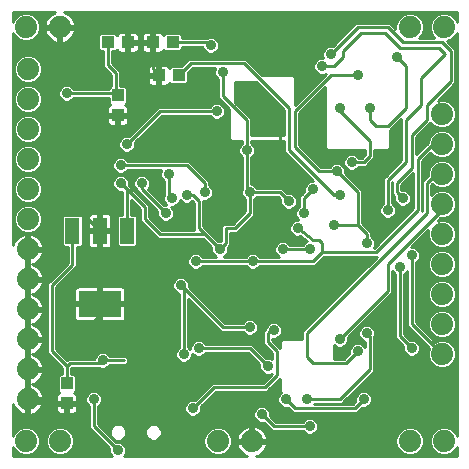
<source format=gbl>
G75*
%MOIN*%
%OFA0B0*%
%FSLAX25Y25*%
%IPPOS*%
%LPD*%
%AMOC8*
5,1,8,0,0,1.08239X$1,22.5*
%
%ADD10R,0.03937X0.04331*%
%ADD11R,0.04331X0.03937*%
%ADD12R,0.04800X0.08800*%
%ADD13R,0.14173X0.08661*%
%ADD14C,0.07400*%
%ADD15C,0.01000*%
%ADD16C,0.03600*%
D10*
X0110500Y0113154D03*
X0110500Y0119846D03*
X0127500Y0209154D03*
X0127500Y0215846D03*
D11*
X0141154Y0222500D03*
X0147846Y0222500D03*
X0145846Y0233500D03*
X0139154Y0233500D03*
X0130846Y0233500D03*
X0124154Y0233500D03*
D12*
X0121500Y0170700D03*
X0112400Y0170700D03*
X0130600Y0170700D03*
D13*
X0121500Y0146299D03*
D14*
X0097500Y0144500D03*
X0097500Y0134500D03*
X0097500Y0124500D03*
X0097500Y0114500D03*
X0096800Y0100500D03*
X0108200Y0100500D03*
X0160800Y0100500D03*
X0172200Y0100500D03*
X0224800Y0100500D03*
X0236200Y0100500D03*
X0235500Y0129500D03*
X0235500Y0139500D03*
X0235500Y0149500D03*
X0235500Y0159500D03*
X0235500Y0169500D03*
X0235500Y0179500D03*
X0235500Y0189500D03*
X0235500Y0199500D03*
X0235500Y0209500D03*
X0236200Y0238500D03*
X0224800Y0238500D03*
X0108200Y0238500D03*
X0096800Y0238500D03*
X0097500Y0224500D03*
X0097500Y0214500D03*
X0097500Y0204500D03*
X0097500Y0194500D03*
X0097500Y0184500D03*
X0097500Y0174500D03*
X0097500Y0164500D03*
X0097500Y0154500D03*
D15*
X0092500Y0098599D02*
X0092500Y0095500D01*
X0125540Y0095500D01*
X0125126Y0095914D01*
X0124700Y0096943D01*
X0124700Y0098057D01*
X0124736Y0098143D01*
X0118000Y0104879D01*
X0118000Y0112091D01*
X0117914Y0112126D01*
X0117126Y0112914D01*
X0116700Y0113943D01*
X0116700Y0115057D01*
X0117126Y0116086D01*
X0117914Y0116874D01*
X0118943Y0117300D01*
X0120057Y0117300D01*
X0121086Y0116874D01*
X0121874Y0116086D01*
X0122300Y0115057D01*
X0122300Y0113943D01*
X0121874Y0112914D01*
X0121086Y0112126D01*
X0121000Y0112091D01*
X0121000Y0106121D01*
X0126857Y0100264D01*
X0126943Y0100300D01*
X0128057Y0100300D01*
X0129086Y0099874D01*
X0129874Y0099086D01*
X0130300Y0098057D01*
X0130300Y0096943D01*
X0129874Y0095914D01*
X0129460Y0095500D01*
X0170761Y0095500D01*
X0170204Y0095681D01*
X0169475Y0096053D01*
X0168812Y0096534D01*
X0168234Y0097112D01*
X0167753Y0097775D01*
X0167381Y0098504D01*
X0167128Y0099282D01*
X0167014Y0100000D01*
X0171700Y0100000D01*
X0171700Y0101000D01*
X0171700Y0105686D01*
X0170982Y0105572D01*
X0170204Y0105319D01*
X0169475Y0104947D01*
X0168812Y0104466D01*
X0168234Y0103888D01*
X0167753Y0103225D01*
X0167381Y0102496D01*
X0167128Y0101718D01*
X0167014Y0101000D01*
X0171700Y0101000D01*
X0172700Y0101000D01*
X0172700Y0105686D01*
X0173418Y0105572D01*
X0174196Y0105319D01*
X0174925Y0104947D01*
X0175588Y0104466D01*
X0176166Y0103888D01*
X0176647Y0103225D01*
X0177019Y0102496D01*
X0177272Y0101718D01*
X0177386Y0101000D01*
X0172700Y0101000D01*
X0172700Y0100000D01*
X0177386Y0100000D01*
X0177272Y0099282D01*
X0177019Y0098504D01*
X0176647Y0097775D01*
X0176166Y0097112D01*
X0175588Y0096534D01*
X0174925Y0096053D01*
X0174196Y0095681D01*
X0173639Y0095500D01*
X0240500Y0095500D01*
X0240500Y0098599D01*
X0240184Y0097838D01*
X0238862Y0096516D01*
X0237135Y0095800D01*
X0235265Y0095800D01*
X0233538Y0096516D01*
X0232216Y0097838D01*
X0231500Y0099565D01*
X0231500Y0101435D01*
X0232216Y0103162D01*
X0233538Y0104484D01*
X0235265Y0105200D01*
X0237135Y0105200D01*
X0238862Y0104484D01*
X0240184Y0103162D01*
X0240500Y0102401D01*
X0240500Y0236599D01*
X0240184Y0235838D01*
X0238862Y0234516D01*
X0237267Y0233855D01*
X0239121Y0232000D01*
X0240000Y0231121D01*
X0240000Y0219879D01*
X0234149Y0214028D01*
X0234565Y0214200D01*
X0236435Y0214200D01*
X0238162Y0213484D01*
X0239484Y0212162D01*
X0240200Y0210435D01*
X0240200Y0208565D01*
X0239484Y0206838D01*
X0238162Y0205516D01*
X0236435Y0204800D01*
X0234565Y0204800D01*
X0232838Y0205516D01*
X0231737Y0206616D01*
X0227000Y0201879D01*
X0227000Y0196121D01*
X0230800Y0199921D01*
X0230800Y0200435D01*
X0231516Y0202162D01*
X0232838Y0203484D01*
X0234565Y0204200D01*
X0236435Y0204200D01*
X0238162Y0203484D01*
X0239484Y0202162D01*
X0240200Y0200435D01*
X0240200Y0198565D01*
X0239484Y0196838D01*
X0238162Y0195516D01*
X0236435Y0194800D01*
X0234565Y0194800D01*
X0232838Y0195516D01*
X0231737Y0196616D01*
X0229000Y0193879D01*
X0229000Y0177121D01*
X0229000Y0177121D01*
X0229000Y0187121D01*
X0230800Y0188921D01*
X0230800Y0190435D01*
X0231516Y0192162D01*
X0232838Y0193484D01*
X0234565Y0194200D01*
X0236435Y0194200D01*
X0238162Y0193484D01*
X0239484Y0192162D01*
X0240200Y0190435D01*
X0240200Y0188565D01*
X0239484Y0186838D01*
X0238162Y0185516D01*
X0236435Y0184800D01*
X0234565Y0184800D01*
X0232838Y0185516D01*
X0232237Y0186116D01*
X0232000Y0185879D01*
X0232000Y0182647D01*
X0232838Y0183484D01*
X0234565Y0184200D01*
X0236435Y0184200D01*
X0238162Y0183484D01*
X0239484Y0182162D01*
X0240200Y0180435D01*
X0240200Y0178565D01*
X0239484Y0176838D01*
X0238162Y0175516D01*
X0236435Y0174800D01*
X0234921Y0174800D01*
X0234149Y0174028D01*
X0234565Y0174200D01*
X0236435Y0174200D01*
X0238162Y0173484D01*
X0239484Y0172162D01*
X0240200Y0170435D01*
X0240200Y0168565D01*
X0239484Y0166838D01*
X0238162Y0165516D01*
X0236435Y0164800D01*
X0234565Y0164800D01*
X0232838Y0165516D01*
X0231516Y0166838D01*
X0230800Y0168565D01*
X0230800Y0170435D01*
X0230972Y0170851D01*
X0225421Y0165300D01*
X0226057Y0165300D01*
X0227086Y0164874D01*
X0227874Y0164086D01*
X0228300Y0163057D01*
X0228300Y0161943D01*
X0227874Y0160914D01*
X0227086Y0160126D01*
X0227000Y0160091D01*
X0227000Y0140121D01*
X0233403Y0133719D01*
X0234565Y0134200D01*
X0236435Y0134200D01*
X0238162Y0133484D01*
X0239484Y0132162D01*
X0240200Y0130435D01*
X0240200Y0128565D01*
X0239484Y0126838D01*
X0238162Y0125516D01*
X0236435Y0124800D01*
X0234565Y0124800D01*
X0232838Y0125516D01*
X0231516Y0126838D01*
X0230800Y0128565D01*
X0230800Y0130435D01*
X0231281Y0131597D01*
X0224000Y0138879D01*
X0224000Y0157219D01*
X0223874Y0156914D01*
X0223086Y0156126D01*
X0223000Y0156091D01*
X0223000Y0136121D01*
X0224857Y0134264D01*
X0224943Y0134300D01*
X0226057Y0134300D01*
X0227086Y0133874D01*
X0227874Y0133086D01*
X0228300Y0132057D01*
X0228300Y0130943D01*
X0227874Y0129914D01*
X0227086Y0129126D01*
X0226057Y0128700D01*
X0224943Y0128700D01*
X0223914Y0129126D01*
X0223126Y0129914D01*
X0222700Y0130943D01*
X0222700Y0132057D01*
X0222736Y0132143D01*
X0220000Y0134879D01*
X0220000Y0156091D01*
X0219914Y0156126D01*
X0219126Y0156914D01*
X0219000Y0157219D01*
X0219000Y0149879D01*
X0204264Y0135143D01*
X0204300Y0135057D01*
X0204300Y0133943D01*
X0203874Y0132914D01*
X0203086Y0132126D01*
X0202057Y0131700D01*
X0200943Y0131700D01*
X0199914Y0132126D01*
X0199472Y0132568D01*
X0199472Y0128000D01*
X0202879Y0128000D01*
X0204736Y0129857D01*
X0204700Y0129943D01*
X0204700Y0131057D01*
X0205126Y0132086D01*
X0205914Y0132874D01*
X0206943Y0133300D01*
X0208057Y0133300D01*
X0209086Y0132874D01*
X0209874Y0132086D01*
X0210000Y0131781D01*
X0210000Y0133700D01*
X0209943Y0133700D01*
X0208914Y0134126D01*
X0208126Y0134914D01*
X0207700Y0135943D01*
X0207700Y0137057D01*
X0208126Y0138086D01*
X0208914Y0138874D01*
X0209943Y0139300D01*
X0211057Y0139300D01*
X0212086Y0138874D01*
X0212874Y0138086D01*
X0213300Y0137057D01*
X0213300Y0135943D01*
X0213000Y0135219D01*
X0213000Y0123879D01*
X0212121Y0123000D01*
X0203000Y0113879D01*
X0202121Y0113000D01*
X0192909Y0113000D01*
X0192909Y0113000D01*
X0205879Y0113000D01*
X0206736Y0113857D01*
X0206700Y0113943D01*
X0206700Y0115057D01*
X0207126Y0116086D01*
X0207914Y0116874D01*
X0208943Y0117300D01*
X0210057Y0117300D01*
X0211086Y0116874D01*
X0211874Y0116086D01*
X0212300Y0115057D01*
X0212300Y0113943D01*
X0211874Y0112914D01*
X0211086Y0112126D01*
X0210057Y0111700D01*
X0208943Y0111700D01*
X0208857Y0111736D01*
X0207121Y0110000D01*
X0185879Y0110000D01*
X0185000Y0110879D01*
X0184143Y0111736D01*
X0184057Y0111700D01*
X0182943Y0111700D01*
X0181914Y0112126D01*
X0181126Y0112914D01*
X0180700Y0113943D01*
X0180700Y0115057D01*
X0181126Y0116086D01*
X0181869Y0116829D01*
X0181528Y0117171D01*
X0181528Y0121406D01*
X0178000Y0117879D01*
X0177121Y0117000D01*
X0160121Y0117000D01*
X0155264Y0112143D01*
X0155300Y0112057D01*
X0155300Y0110943D01*
X0154874Y0109914D01*
X0154086Y0109126D01*
X0153057Y0108700D01*
X0151943Y0108700D01*
X0150914Y0109126D01*
X0150126Y0109914D01*
X0149700Y0110943D01*
X0149700Y0112057D01*
X0150126Y0113086D01*
X0150914Y0113874D01*
X0151943Y0114300D01*
X0153057Y0114300D01*
X0153143Y0114264D01*
X0158879Y0120000D01*
X0175879Y0120000D01*
X0178948Y0123069D01*
X0178057Y0122700D01*
X0176943Y0122700D01*
X0175914Y0123126D01*
X0175126Y0123914D01*
X0174700Y0124943D01*
X0174700Y0126057D01*
X0174736Y0126143D01*
X0170879Y0130000D01*
X0156909Y0130000D01*
X0156874Y0129914D01*
X0156086Y0129126D01*
X0155057Y0128700D01*
X0153943Y0128700D01*
X0152914Y0129126D01*
X0152300Y0129740D01*
X0152300Y0128943D01*
X0151874Y0127914D01*
X0151086Y0127126D01*
X0150057Y0126700D01*
X0148943Y0126700D01*
X0147914Y0127126D01*
X0147126Y0127914D01*
X0146700Y0128943D01*
X0146700Y0130057D01*
X0147126Y0131086D01*
X0147914Y0131874D01*
X0148000Y0131909D01*
X0148000Y0149700D01*
X0147943Y0149700D01*
X0146914Y0150126D01*
X0146126Y0150914D01*
X0145700Y0151943D01*
X0145700Y0153057D01*
X0146126Y0154086D01*
X0146914Y0154874D01*
X0147943Y0155300D01*
X0149057Y0155300D01*
X0150086Y0154874D01*
X0150874Y0154086D01*
X0151300Y0153057D01*
X0151300Y0151943D01*
X0151264Y0151857D01*
X0163121Y0140000D01*
X0169091Y0140000D01*
X0169126Y0140086D01*
X0169914Y0140874D01*
X0170943Y0141300D01*
X0172057Y0141300D01*
X0173086Y0140874D01*
X0173874Y0140086D01*
X0174300Y0139057D01*
X0174300Y0137943D01*
X0173874Y0136914D01*
X0173086Y0136126D01*
X0172057Y0135700D01*
X0170943Y0135700D01*
X0169914Y0136126D01*
X0169126Y0136914D01*
X0169091Y0137000D01*
X0161879Y0137000D01*
X0151000Y0147879D01*
X0151000Y0131909D01*
X0151086Y0131874D01*
X0151700Y0131260D01*
X0151700Y0132057D01*
X0152126Y0133086D01*
X0152914Y0133874D01*
X0153943Y0134300D01*
X0155057Y0134300D01*
X0156086Y0133874D01*
X0156874Y0133086D01*
X0156909Y0133000D01*
X0172121Y0133000D01*
X0176857Y0128264D01*
X0176943Y0128300D01*
X0178057Y0128300D01*
X0179000Y0127909D01*
X0179000Y0129879D01*
X0176000Y0132879D01*
X0176000Y0137121D01*
X0176700Y0137821D01*
X0176700Y0138057D01*
X0177126Y0139086D01*
X0177914Y0139874D01*
X0178943Y0140300D01*
X0180057Y0140300D01*
X0181086Y0139874D01*
X0181874Y0139086D01*
X0182300Y0138057D01*
X0182300Y0136943D01*
X0181874Y0135914D01*
X0181086Y0135126D01*
X0180057Y0134700D01*
X0179000Y0134700D01*
X0179000Y0134121D01*
X0181121Y0132000D01*
X0181528Y0131594D01*
X0181528Y0133829D01*
X0182171Y0134472D01*
X0189000Y0134472D01*
X0189000Y0137121D01*
X0213879Y0162000D01*
X0196121Y0162000D01*
X0193121Y0159000D01*
X0174909Y0159000D01*
X0174874Y0158914D01*
X0174086Y0158126D01*
X0173057Y0157700D01*
X0171943Y0157700D01*
X0170914Y0158126D01*
X0170126Y0158914D01*
X0170091Y0159000D01*
X0155909Y0159000D01*
X0155874Y0158914D01*
X0155086Y0158126D01*
X0154057Y0157700D01*
X0152943Y0157700D01*
X0151914Y0158126D01*
X0151126Y0158914D01*
X0150700Y0159943D01*
X0150700Y0161057D01*
X0151126Y0162086D01*
X0151914Y0162874D01*
X0152943Y0163300D01*
X0154057Y0163300D01*
X0155086Y0162874D01*
X0155874Y0162086D01*
X0155909Y0162000D01*
X0160219Y0162000D01*
X0159914Y0162126D01*
X0159126Y0162914D01*
X0158700Y0163943D01*
X0158700Y0165057D01*
X0158736Y0165143D01*
X0155879Y0168000D01*
X0140879Y0168000D01*
X0140000Y0168879D01*
X0140000Y0168879D01*
X0135879Y0173000D01*
X0135879Y0173000D01*
X0135000Y0173879D01*
X0135000Y0177879D01*
X0132100Y0180779D01*
X0132100Y0176100D01*
X0133414Y0176100D01*
X0134000Y0175514D01*
X0134000Y0165886D01*
X0133414Y0165300D01*
X0127786Y0165300D01*
X0127200Y0165886D01*
X0127200Y0175514D01*
X0127786Y0176100D01*
X0129100Y0176100D01*
X0129100Y0183718D01*
X0129057Y0183700D01*
X0127943Y0183700D01*
X0126914Y0184126D01*
X0126126Y0184914D01*
X0125700Y0185943D01*
X0125700Y0187057D01*
X0126126Y0188086D01*
X0126914Y0188874D01*
X0127943Y0189300D01*
X0129057Y0189300D01*
X0130086Y0188874D01*
X0130874Y0188086D01*
X0131300Y0187057D01*
X0131300Y0185943D01*
X0131264Y0185857D01*
X0132100Y0185021D01*
X0132100Y0185021D01*
X0137121Y0180000D01*
X0137121Y0180000D01*
X0138000Y0179121D01*
X0138000Y0175121D01*
X0142121Y0171000D01*
X0153000Y0171000D01*
X0153000Y0179879D01*
X0152419Y0180459D01*
X0152086Y0180126D01*
X0151057Y0179700D01*
X0149943Y0179700D01*
X0148914Y0180126D01*
X0148241Y0180800D01*
X0147874Y0179914D01*
X0147086Y0179126D01*
X0146057Y0178700D01*
X0145260Y0178700D01*
X0145874Y0178086D01*
X0146300Y0177057D01*
X0146300Y0175943D01*
X0145874Y0174914D01*
X0145086Y0174126D01*
X0144057Y0173700D01*
X0142943Y0173700D01*
X0141914Y0174126D01*
X0141126Y0174914D01*
X0140700Y0175943D01*
X0140700Y0177057D01*
X0140736Y0177143D01*
X0134879Y0183000D01*
X0134879Y0183000D01*
X0134000Y0183879D01*
X0134000Y0184091D01*
X0133914Y0184126D01*
X0133126Y0184914D01*
X0132700Y0185943D01*
X0132700Y0187057D01*
X0133126Y0188086D01*
X0133914Y0188874D01*
X0134943Y0189300D01*
X0136057Y0189300D01*
X0137086Y0188874D01*
X0137874Y0188086D01*
X0138300Y0187057D01*
X0138300Y0185943D01*
X0137874Y0184914D01*
X0137541Y0184581D01*
X0142857Y0179264D01*
X0142943Y0179300D01*
X0143740Y0179300D01*
X0143126Y0179914D01*
X0142700Y0180943D01*
X0142700Y0182057D01*
X0143000Y0182781D01*
X0143000Y0187091D01*
X0142914Y0187126D01*
X0142126Y0187914D01*
X0141700Y0188943D01*
X0141700Y0190057D01*
X0142091Y0191000D01*
X0130909Y0191000D01*
X0130874Y0190914D01*
X0130086Y0190126D01*
X0129057Y0189700D01*
X0127943Y0189700D01*
X0126914Y0190126D01*
X0126126Y0190914D01*
X0125700Y0191943D01*
X0125700Y0193057D01*
X0126126Y0194086D01*
X0126914Y0194874D01*
X0127943Y0195300D01*
X0129057Y0195300D01*
X0130086Y0194874D01*
X0130874Y0194086D01*
X0130909Y0194000D01*
X0151121Y0194000D01*
X0157121Y0188000D01*
X0158000Y0187121D01*
X0158000Y0185909D01*
X0158086Y0185874D01*
X0158874Y0185086D01*
X0159300Y0184057D01*
X0159300Y0182943D01*
X0158874Y0181914D01*
X0158086Y0181126D01*
X0157057Y0180700D01*
X0156000Y0180700D01*
X0156000Y0172121D01*
X0160857Y0167264D01*
X0160943Y0167300D01*
X0162000Y0167300D01*
X0162000Y0172121D01*
X0162879Y0173000D01*
X0165879Y0173000D01*
X0170000Y0177121D01*
X0170000Y0181091D01*
X0169914Y0181126D01*
X0169126Y0181914D01*
X0168700Y0182943D01*
X0168700Y0184057D01*
X0169000Y0184781D01*
X0169000Y0195091D01*
X0168914Y0195126D01*
X0168126Y0195914D01*
X0167700Y0196943D01*
X0167700Y0198057D01*
X0168126Y0199086D01*
X0168914Y0199874D01*
X0169000Y0199909D01*
X0169000Y0200559D01*
X0165202Y0200559D01*
X0164559Y0201202D01*
X0164559Y0211320D01*
X0161000Y0214879D01*
X0161000Y0221091D01*
X0160914Y0221126D01*
X0160126Y0221914D01*
X0159700Y0222943D01*
X0159700Y0224057D01*
X0160091Y0225000D01*
X0152468Y0225000D01*
X0151012Y0223544D01*
X0151012Y0220117D01*
X0150426Y0219531D01*
X0145267Y0219531D01*
X0144744Y0220054D01*
X0144717Y0219953D01*
X0144519Y0219610D01*
X0144240Y0219331D01*
X0143898Y0219134D01*
X0143516Y0219031D01*
X0141638Y0219031D01*
X0141638Y0222016D01*
X0140669Y0222016D01*
X0137488Y0222016D01*
X0137488Y0220334D01*
X0137590Y0219953D01*
X0137788Y0219610D01*
X0138067Y0219331D01*
X0138409Y0219134D01*
X0138791Y0219031D01*
X0140669Y0219031D01*
X0140669Y0222016D01*
X0140669Y0222984D01*
X0137488Y0222984D01*
X0137488Y0224666D01*
X0137590Y0225047D01*
X0137788Y0225390D01*
X0138067Y0225669D01*
X0138409Y0225866D01*
X0138791Y0225968D01*
X0140669Y0225968D01*
X0140669Y0222984D01*
X0141638Y0222984D01*
X0141638Y0225968D01*
X0143516Y0225968D01*
X0143898Y0225866D01*
X0144240Y0225669D01*
X0144519Y0225390D01*
X0144717Y0225047D01*
X0144744Y0224946D01*
X0145267Y0225468D01*
X0148694Y0225468D01*
X0151225Y0228000D01*
X0170121Y0228000D01*
X0171000Y0227121D01*
X0175680Y0222441D01*
X0185798Y0222441D01*
X0186441Y0221798D01*
X0186441Y0212562D01*
X0196948Y0223069D01*
X0196057Y0222700D01*
X0194943Y0222700D01*
X0193914Y0223126D01*
X0193126Y0223914D01*
X0192700Y0224943D01*
X0192700Y0226057D01*
X0193126Y0227086D01*
X0193914Y0227874D01*
X0194943Y0228300D01*
X0195966Y0228300D01*
X0195700Y0228943D01*
X0195700Y0230057D01*
X0196126Y0231086D01*
X0196914Y0231874D01*
X0197943Y0232300D01*
X0199057Y0232300D01*
X0199143Y0232264D01*
X0206000Y0239121D01*
X0206879Y0240000D01*
X0218121Y0240000D01*
X0220100Y0238021D01*
X0220100Y0239435D01*
X0220816Y0241162D01*
X0222138Y0242484D01*
X0223865Y0243200D01*
X0225735Y0243200D01*
X0227462Y0242484D01*
X0228784Y0241162D01*
X0229500Y0239435D01*
X0229500Y0237565D01*
X0228784Y0235838D01*
X0227947Y0235000D01*
X0233053Y0235000D01*
X0232216Y0235838D01*
X0231500Y0237565D01*
X0231500Y0239435D01*
X0232216Y0241162D01*
X0233538Y0242484D01*
X0235265Y0243200D01*
X0237135Y0243200D01*
X0238862Y0242484D01*
X0240184Y0241162D01*
X0240500Y0240401D01*
X0240500Y0243500D01*
X0109639Y0243500D01*
X0110196Y0243319D01*
X0110925Y0242947D01*
X0111588Y0242466D01*
X0112166Y0241888D01*
X0112647Y0241225D01*
X0113019Y0240496D01*
X0113272Y0239718D01*
X0113386Y0239000D01*
X0108700Y0239000D01*
X0108700Y0238000D01*
X0113386Y0238000D01*
X0113272Y0237282D01*
X0113019Y0236504D01*
X0112647Y0235775D01*
X0112166Y0235112D01*
X0111588Y0234534D01*
X0110925Y0234053D01*
X0110196Y0233681D01*
X0109418Y0233428D01*
X0108700Y0233314D01*
X0108700Y0238000D01*
X0107700Y0238000D01*
X0107700Y0233314D01*
X0106982Y0233428D01*
X0106204Y0233681D01*
X0105475Y0234053D01*
X0104812Y0234534D01*
X0104234Y0235112D01*
X0103753Y0235775D01*
X0103381Y0236504D01*
X0103128Y0237282D01*
X0103014Y0238000D01*
X0107700Y0238000D01*
X0107700Y0239000D01*
X0103014Y0239000D01*
X0103128Y0239718D01*
X0103381Y0240496D01*
X0103753Y0241225D01*
X0104234Y0241888D01*
X0104812Y0242466D01*
X0105475Y0242947D01*
X0106204Y0243319D01*
X0106761Y0243500D01*
X0092500Y0243500D01*
X0092500Y0240401D01*
X0092816Y0241162D01*
X0094138Y0242484D01*
X0095865Y0243200D01*
X0097735Y0243200D01*
X0099462Y0242484D01*
X0100784Y0241162D01*
X0101500Y0239435D01*
X0101500Y0237565D01*
X0100784Y0235838D01*
X0099462Y0234516D01*
X0097735Y0233800D01*
X0095865Y0233800D01*
X0094138Y0234516D01*
X0092816Y0235838D01*
X0092500Y0236599D01*
X0092500Y0165939D01*
X0092681Y0166496D01*
X0093053Y0167225D01*
X0093534Y0167888D01*
X0094112Y0168466D01*
X0094775Y0168947D01*
X0095504Y0169319D01*
X0096282Y0169572D01*
X0097000Y0169686D01*
X0097000Y0165000D01*
X0098000Y0165000D01*
X0098000Y0169686D01*
X0098718Y0169572D01*
X0099496Y0169319D01*
X0100225Y0168947D01*
X0100888Y0168466D01*
X0101466Y0167888D01*
X0101947Y0167225D01*
X0102319Y0166496D01*
X0102572Y0165718D01*
X0102686Y0165000D01*
X0098000Y0165000D01*
X0098000Y0164000D01*
X0102686Y0164000D01*
X0102572Y0163282D01*
X0102319Y0162504D01*
X0101947Y0161775D01*
X0101466Y0161112D01*
X0100888Y0160534D01*
X0100225Y0160053D01*
X0099496Y0159681D01*
X0098939Y0159500D01*
X0099496Y0159319D01*
X0100225Y0158947D01*
X0100888Y0158466D01*
X0101466Y0157888D01*
X0101947Y0157225D01*
X0102319Y0156496D01*
X0102572Y0155718D01*
X0102686Y0155000D01*
X0098000Y0155000D01*
X0097000Y0155000D01*
X0097000Y0164000D01*
X0098000Y0164000D01*
X0098000Y0159314D01*
X0098000Y0155000D01*
X0098000Y0154000D01*
X0102686Y0154000D01*
X0102572Y0153282D01*
X0102319Y0152504D01*
X0101947Y0151775D01*
X0101466Y0151112D01*
X0100888Y0150534D01*
X0100225Y0150053D01*
X0099496Y0149681D01*
X0098939Y0149500D01*
X0099496Y0149319D01*
X0100225Y0148947D01*
X0100888Y0148466D01*
X0101466Y0147888D01*
X0101947Y0147225D01*
X0102319Y0146496D01*
X0102572Y0145718D01*
X0102686Y0145000D01*
X0098000Y0145000D01*
X0097000Y0145000D01*
X0097000Y0154000D01*
X0098000Y0154000D01*
X0098000Y0149314D01*
X0098000Y0145000D01*
X0098000Y0144000D01*
X0102686Y0144000D01*
X0102572Y0143282D01*
X0102319Y0142504D01*
X0101947Y0141775D01*
X0101466Y0141112D01*
X0100888Y0140534D01*
X0100225Y0140053D01*
X0099496Y0139681D01*
X0098939Y0139500D01*
X0099496Y0139319D01*
X0100225Y0138947D01*
X0100888Y0138466D01*
X0101466Y0137888D01*
X0101947Y0137225D01*
X0102319Y0136496D01*
X0102572Y0135718D01*
X0102686Y0135000D01*
X0098000Y0135000D01*
X0097000Y0135000D01*
X0097000Y0144000D01*
X0098000Y0144000D01*
X0098000Y0139314D01*
X0098000Y0135000D01*
X0098000Y0134000D01*
X0102686Y0134000D01*
X0102572Y0133282D01*
X0102319Y0132504D01*
X0101947Y0131775D01*
X0101466Y0131112D01*
X0100888Y0130534D01*
X0100225Y0130053D01*
X0099496Y0129681D01*
X0098939Y0129500D01*
X0099496Y0129319D01*
X0100225Y0128947D01*
X0100888Y0128466D01*
X0101466Y0127888D01*
X0101947Y0127225D01*
X0102319Y0126496D01*
X0102572Y0125718D01*
X0102686Y0125000D01*
X0098000Y0125000D01*
X0097000Y0125000D01*
X0097000Y0134000D01*
X0098000Y0134000D01*
X0098000Y0129314D01*
X0098000Y0125000D01*
X0098000Y0124000D01*
X0102686Y0124000D01*
X0102572Y0123282D01*
X0102319Y0122504D01*
X0101947Y0121775D01*
X0101466Y0121112D01*
X0100888Y0120534D01*
X0100225Y0120053D01*
X0099496Y0119681D01*
X0098939Y0119500D01*
X0099496Y0119319D01*
X0100225Y0118947D01*
X0100888Y0118466D01*
X0101466Y0117888D01*
X0101947Y0117225D01*
X0102319Y0116496D01*
X0102572Y0115718D01*
X0102686Y0115000D01*
X0098000Y0115000D01*
X0097000Y0115000D01*
X0097000Y0124000D01*
X0098000Y0124000D01*
X0098000Y0119314D01*
X0098000Y0115000D01*
X0098000Y0114000D01*
X0102686Y0114000D01*
X0102572Y0113282D01*
X0102319Y0112504D01*
X0101947Y0111775D01*
X0101466Y0111112D01*
X0100888Y0110534D01*
X0100225Y0110053D01*
X0099496Y0109681D01*
X0098718Y0109428D01*
X0098000Y0109314D01*
X0098000Y0114000D01*
X0097000Y0114000D01*
X0097000Y0109314D01*
X0096282Y0109428D01*
X0095504Y0109681D01*
X0094775Y0110053D01*
X0094112Y0110534D01*
X0093534Y0111112D01*
X0093053Y0111775D01*
X0092681Y0112504D01*
X0092500Y0113061D01*
X0092500Y0102401D01*
X0092816Y0103162D01*
X0094138Y0104484D01*
X0095865Y0105200D01*
X0097735Y0105200D01*
X0099462Y0104484D01*
X0100784Y0103162D01*
X0101500Y0101435D01*
X0101500Y0099565D01*
X0100784Y0097838D01*
X0099462Y0096516D01*
X0097735Y0095800D01*
X0095865Y0095800D01*
X0094138Y0096516D01*
X0092816Y0097838D01*
X0092500Y0098599D01*
X0092500Y0098494D02*
X0092544Y0098494D01*
X0092500Y0097496D02*
X0093158Y0097496D01*
X0092500Y0096497D02*
X0094182Y0096497D01*
X0099418Y0096497D02*
X0105582Y0096497D01*
X0105538Y0096516D02*
X0107265Y0095800D01*
X0109135Y0095800D01*
X0110862Y0096516D01*
X0112184Y0097838D01*
X0112900Y0099565D01*
X0112900Y0101435D01*
X0112184Y0103162D01*
X0110862Y0104484D01*
X0109135Y0105200D01*
X0107265Y0105200D01*
X0105538Y0104484D01*
X0104216Y0103162D01*
X0103500Y0101435D01*
X0103500Y0099565D01*
X0104216Y0097838D01*
X0105538Y0096516D01*
X0104558Y0097496D02*
X0100442Y0097496D01*
X0101056Y0098494D02*
X0103944Y0098494D01*
X0103530Y0099493D02*
X0101470Y0099493D01*
X0101500Y0100491D02*
X0103500Y0100491D01*
X0103523Y0101490D02*
X0101477Y0101490D01*
X0101064Y0102488D02*
X0103936Y0102488D01*
X0104540Y0103487D02*
X0100460Y0103487D01*
X0099461Y0104485D02*
X0105539Y0104485D01*
X0110861Y0104485D02*
X0118394Y0104485D01*
X0118000Y0105484D02*
X0092500Y0105484D01*
X0092500Y0106482D02*
X0118000Y0106482D01*
X0118000Y0107481D02*
X0092500Y0107481D01*
X0092500Y0108479D02*
X0118000Y0108479D01*
X0118000Y0109478D02*
X0098870Y0109478D01*
X0098000Y0109478D02*
X0097000Y0109478D01*
X0096130Y0109478D02*
X0092500Y0109478D01*
X0092500Y0110476D02*
X0094192Y0110476D01*
X0093270Y0111475D02*
X0092500Y0111475D01*
X0092500Y0112473D02*
X0092697Y0112473D01*
X0097000Y0112473D02*
X0098000Y0112473D01*
X0098000Y0111475D02*
X0097000Y0111475D01*
X0097000Y0110476D02*
X0098000Y0110476D01*
X0098846Y0113154D02*
X0097500Y0114500D01*
X0098000Y0114470D02*
X0107031Y0114470D01*
X0107031Y0113638D02*
X0110016Y0113638D01*
X0110016Y0112669D01*
X0110984Y0112669D01*
X0110984Y0109488D01*
X0112666Y0109488D01*
X0113047Y0109590D01*
X0113390Y0109788D01*
X0113669Y0110067D01*
X0113866Y0110409D01*
X0113968Y0110791D01*
X0113968Y0112669D01*
X0110984Y0112669D01*
X0110984Y0113638D01*
X0113968Y0113638D01*
X0113968Y0115516D01*
X0113866Y0115898D01*
X0113669Y0116240D01*
X0113390Y0116519D01*
X0113047Y0116717D01*
X0112946Y0116744D01*
X0113468Y0117267D01*
X0113468Y0122426D01*
X0112883Y0123012D01*
X0112000Y0123012D01*
X0112000Y0124879D01*
X0112121Y0125000D01*
X0121219Y0125000D01*
X0121943Y0124700D01*
X0123057Y0124700D01*
X0124086Y0125126D01*
X0124874Y0125914D01*
X0124909Y0126000D01*
X0130121Y0126000D01*
X0131000Y0126879D01*
X0131000Y0128121D01*
X0130121Y0129000D01*
X0124909Y0129000D01*
X0124874Y0129086D01*
X0124086Y0129874D01*
X0123057Y0130300D01*
X0121943Y0130300D01*
X0120914Y0129874D01*
X0120126Y0129086D01*
X0119700Y0128057D01*
X0119700Y0128000D01*
X0110879Y0128000D01*
X0110500Y0127621D01*
X0107000Y0131121D01*
X0107000Y0151879D01*
X0113900Y0158779D01*
X0113900Y0165300D01*
X0115214Y0165300D01*
X0115800Y0165886D01*
X0115800Y0175514D01*
X0115214Y0176100D01*
X0109586Y0176100D01*
X0109000Y0175514D01*
X0109000Y0165886D01*
X0109586Y0165300D01*
X0110900Y0165300D01*
X0110900Y0160021D01*
X0104879Y0154000D01*
X0104000Y0153121D01*
X0104000Y0129879D01*
X0109000Y0124879D01*
X0109000Y0123012D01*
X0108117Y0123012D01*
X0107531Y0122426D01*
X0107531Y0117267D01*
X0108054Y0116744D01*
X0107953Y0116717D01*
X0107610Y0116519D01*
X0107331Y0116240D01*
X0107134Y0115898D01*
X0107031Y0115516D01*
X0107031Y0113638D01*
X0107031Y0112669D02*
X0107031Y0110791D01*
X0107134Y0110409D01*
X0107331Y0110067D01*
X0107610Y0109788D01*
X0107953Y0109590D01*
X0108334Y0109488D01*
X0110016Y0109488D01*
X0110016Y0112669D01*
X0107031Y0112669D01*
X0107031Y0112473D02*
X0102303Y0112473D01*
X0102602Y0113472D02*
X0110016Y0113472D01*
X0110500Y0113154D02*
X0098846Y0113154D01*
X0098000Y0113472D02*
X0097000Y0113472D01*
X0097000Y0115469D02*
X0098000Y0115469D01*
X0098000Y0116467D02*
X0097000Y0116467D01*
X0097000Y0117466D02*
X0098000Y0117466D01*
X0098000Y0118464D02*
X0097000Y0118464D01*
X0097000Y0119463D02*
X0098000Y0119463D01*
X0098000Y0120461D02*
X0097000Y0120461D01*
X0097000Y0121460D02*
X0098000Y0121460D01*
X0098000Y0122458D02*
X0097000Y0122458D01*
X0097000Y0123457D02*
X0098000Y0123457D01*
X0098000Y0124455D02*
X0109000Y0124455D01*
X0109000Y0123457D02*
X0102600Y0123457D01*
X0102296Y0122458D02*
X0107564Y0122458D01*
X0107531Y0121460D02*
X0101719Y0121460D01*
X0100788Y0120461D02*
X0107531Y0120461D01*
X0107531Y0119463D02*
X0099054Y0119463D01*
X0100890Y0118464D02*
X0107531Y0118464D01*
X0107531Y0117466D02*
X0101773Y0117466D01*
X0102328Y0116467D02*
X0107559Y0116467D01*
X0107031Y0115469D02*
X0102611Y0115469D01*
X0101730Y0111475D02*
X0107031Y0111475D01*
X0107116Y0110476D02*
X0100808Y0110476D01*
X0094139Y0104485D02*
X0092500Y0104485D01*
X0092500Y0103487D02*
X0093140Y0103487D01*
X0092536Y0102488D02*
X0092500Y0102488D01*
X0110016Y0110476D02*
X0110984Y0110476D01*
X0110984Y0111475D02*
X0110016Y0111475D01*
X0110016Y0112473D02*
X0110984Y0112473D01*
X0110984Y0113472D02*
X0116895Y0113472D01*
X0116700Y0114470D02*
X0113968Y0114470D01*
X0113968Y0115469D02*
X0116871Y0115469D01*
X0117507Y0116467D02*
X0113441Y0116467D01*
X0113468Y0117466D02*
X0156344Y0117466D01*
X0155346Y0116467D02*
X0121493Y0116467D01*
X0122129Y0115469D02*
X0154347Y0115469D01*
X0153349Y0114470D02*
X0122300Y0114470D01*
X0122105Y0113472D02*
X0150512Y0113472D01*
X0149872Y0112473D02*
X0121433Y0112473D01*
X0121000Y0111475D02*
X0149700Y0111475D01*
X0149893Y0110476D02*
X0121000Y0110476D01*
X0121000Y0109478D02*
X0150563Y0109478D01*
X0152500Y0111500D02*
X0159500Y0118500D01*
X0176500Y0118500D01*
X0180500Y0122500D01*
X0180500Y0130500D01*
X0177500Y0133500D01*
X0177500Y0136500D01*
X0178500Y0137500D01*
X0179500Y0137500D01*
X0182091Y0136437D02*
X0189000Y0136437D01*
X0189000Y0135439D02*
X0181399Y0135439D01*
X0182139Y0134440D02*
X0179000Y0134440D01*
X0179679Y0133442D02*
X0181528Y0133442D01*
X0181528Y0132443D02*
X0180678Y0132443D01*
X0178432Y0130446D02*
X0174675Y0130446D01*
X0175673Y0129448D02*
X0179000Y0129448D01*
X0179000Y0128449D02*
X0176672Y0128449D01*
X0174426Y0126452D02*
X0130574Y0126452D01*
X0131000Y0127451D02*
X0147589Y0127451D01*
X0146904Y0128449D02*
X0130672Y0128449D01*
X0129500Y0127500D02*
X0122500Y0127500D01*
X0121500Y0126500D01*
X0111500Y0126500D01*
X0110500Y0125500D01*
X0105500Y0130500D01*
X0105500Y0152500D01*
X0112400Y0159400D01*
X0112400Y0170700D01*
X0115800Y0170387D02*
X0121000Y0170387D01*
X0121000Y0170200D02*
X0117600Y0170200D01*
X0117600Y0166103D01*
X0117702Y0165721D01*
X0117900Y0165379D01*
X0118179Y0165100D01*
X0118521Y0164902D01*
X0118903Y0164800D01*
X0121000Y0164800D01*
X0121000Y0170200D01*
X0122000Y0170200D01*
X0122000Y0171200D01*
X0125400Y0171200D01*
X0125400Y0175297D01*
X0125298Y0175679D01*
X0125100Y0176021D01*
X0124821Y0176300D01*
X0124479Y0176498D01*
X0124097Y0176600D01*
X0122000Y0176600D01*
X0122000Y0171200D01*
X0121000Y0171200D01*
X0121000Y0176600D01*
X0118903Y0176600D01*
X0118521Y0176498D01*
X0118179Y0176300D01*
X0117900Y0176021D01*
X0117702Y0175679D01*
X0117600Y0175297D01*
X0117600Y0171200D01*
X0121000Y0171200D01*
X0121000Y0170200D01*
X0121500Y0170700D02*
X0117500Y0174700D01*
X0117500Y0177500D01*
X0114500Y0177500D01*
X0114500Y0181500D01*
X0121500Y0188500D01*
X0121500Y0191500D01*
X0125700Y0192354D02*
X0101698Y0192354D01*
X0101484Y0191838D02*
X0102200Y0193565D01*
X0102200Y0195435D01*
X0101484Y0197162D01*
X0100162Y0198484D01*
X0098435Y0199200D01*
X0096565Y0199200D01*
X0094838Y0198484D01*
X0093516Y0197162D01*
X0092800Y0195435D01*
X0092800Y0193565D01*
X0093516Y0191838D01*
X0094838Y0190516D01*
X0096565Y0189800D01*
X0098435Y0189800D01*
X0100162Y0190516D01*
X0101484Y0191838D01*
X0101002Y0191356D02*
X0125943Y0191356D01*
X0126683Y0190357D02*
X0099780Y0190357D01*
X0098435Y0189200D02*
X0100162Y0188484D01*
X0101484Y0187162D01*
X0102200Y0185435D01*
X0102200Y0183565D01*
X0101484Y0181838D01*
X0100162Y0180516D01*
X0098435Y0179800D01*
X0096565Y0179800D01*
X0094838Y0180516D01*
X0093516Y0181838D01*
X0092800Y0183565D01*
X0092800Y0185435D01*
X0093516Y0187162D01*
X0094838Y0188484D01*
X0096565Y0189200D01*
X0098435Y0189200D01*
X0100287Y0188360D02*
X0126400Y0188360D01*
X0125826Y0187362D02*
X0101285Y0187362D01*
X0101816Y0186363D02*
X0125700Y0186363D01*
X0125940Y0185365D02*
X0102200Y0185365D01*
X0102200Y0184366D02*
X0126674Y0184366D01*
X0129100Y0183368D02*
X0102118Y0183368D01*
X0101705Y0182369D02*
X0129100Y0182369D01*
X0129100Y0181370D02*
X0101017Y0181370D01*
X0099816Y0180372D02*
X0129100Y0180372D01*
X0129100Y0179373D02*
X0092500Y0179373D01*
X0092500Y0178375D02*
X0094728Y0178375D01*
X0094838Y0178484D02*
X0093516Y0177162D01*
X0092800Y0175435D01*
X0092800Y0173565D01*
X0093516Y0171838D01*
X0094838Y0170516D01*
X0096565Y0169800D01*
X0098435Y0169800D01*
X0100162Y0170516D01*
X0101484Y0171838D01*
X0102200Y0173565D01*
X0102200Y0175435D01*
X0101484Y0177162D01*
X0100162Y0178484D01*
X0098435Y0179200D01*
X0096565Y0179200D01*
X0094838Y0178484D01*
X0093730Y0177376D02*
X0092500Y0177376D01*
X0092500Y0176378D02*
X0093191Y0176378D01*
X0092800Y0175379D02*
X0092500Y0175379D01*
X0092500Y0174381D02*
X0092800Y0174381D01*
X0092876Y0173382D02*
X0092500Y0173382D01*
X0092500Y0172384D02*
X0093289Y0172384D01*
X0093968Y0171385D02*
X0092500Y0171385D01*
X0092500Y0170387D02*
X0095148Y0170387D01*
X0095717Y0169388D02*
X0092500Y0169388D01*
X0092500Y0168390D02*
X0094036Y0168390D01*
X0093173Y0167391D02*
X0092500Y0167391D01*
X0092500Y0166393D02*
X0092647Y0166393D01*
X0097000Y0166393D02*
X0098000Y0166393D01*
X0098000Y0167391D02*
X0097000Y0167391D01*
X0097000Y0168390D02*
X0098000Y0168390D01*
X0098000Y0169388D02*
X0097000Y0169388D01*
X0099283Y0169388D02*
X0109000Y0169388D01*
X0109000Y0168390D02*
X0100964Y0168390D01*
X0101827Y0167391D02*
X0109000Y0167391D01*
X0109000Y0166393D02*
X0102353Y0166393D01*
X0102623Y0165394D02*
X0109491Y0165394D01*
X0110900Y0164396D02*
X0098000Y0164396D01*
X0098000Y0165394D02*
X0097000Y0165394D01*
X0097000Y0163397D02*
X0098000Y0163397D01*
X0098000Y0162399D02*
X0097000Y0162399D01*
X0097000Y0161400D02*
X0098000Y0161400D01*
X0098000Y0160402D02*
X0097000Y0160402D01*
X0097000Y0159403D02*
X0098000Y0159403D01*
X0098000Y0158405D02*
X0097000Y0158405D01*
X0097000Y0157406D02*
X0098000Y0157406D01*
X0098000Y0156408D02*
X0097000Y0156408D01*
X0097000Y0155409D02*
X0098000Y0155409D01*
X0098000Y0154411D02*
X0105289Y0154411D01*
X0104291Y0153412D02*
X0102593Y0153412D01*
X0102273Y0152414D02*
X0104000Y0152414D01*
X0104000Y0151415D02*
X0101686Y0151415D01*
X0100726Y0150417D02*
X0104000Y0150417D01*
X0104000Y0149418D02*
X0099191Y0149418D01*
X0098000Y0149418D02*
X0097000Y0149418D01*
X0097000Y0148420D02*
X0098000Y0148420D01*
X0098000Y0147421D02*
X0097000Y0147421D01*
X0097000Y0146423D02*
X0098000Y0146423D01*
X0098000Y0145424D02*
X0097000Y0145424D01*
X0098000Y0144426D02*
X0104000Y0144426D01*
X0104000Y0145424D02*
X0102618Y0145424D01*
X0102343Y0146423D02*
X0104000Y0146423D01*
X0104000Y0147421D02*
X0101805Y0147421D01*
X0100934Y0148420D02*
X0104000Y0148420D01*
X0107000Y0148420D02*
X0112913Y0148420D01*
X0112913Y0149418D02*
X0107000Y0149418D01*
X0107000Y0150417D02*
X0112913Y0150417D01*
X0112913Y0150827D02*
X0112913Y0146799D01*
X0121000Y0146799D01*
X0121000Y0145799D01*
X0122000Y0145799D01*
X0122000Y0140469D01*
X0128784Y0140469D01*
X0129166Y0140571D01*
X0129508Y0140768D01*
X0129787Y0141047D01*
X0129984Y0141390D01*
X0130087Y0141771D01*
X0130087Y0145799D01*
X0122000Y0145799D01*
X0122000Y0146799D01*
X0130087Y0146799D01*
X0130087Y0150827D01*
X0129984Y0151209D01*
X0129787Y0151551D01*
X0129508Y0151830D01*
X0129166Y0152028D01*
X0128784Y0152130D01*
X0122000Y0152130D01*
X0122000Y0146799D01*
X0121000Y0146799D01*
X0121000Y0152130D01*
X0114216Y0152130D01*
X0113834Y0152028D01*
X0113492Y0151830D01*
X0113213Y0151551D01*
X0113016Y0151209D01*
X0112913Y0150827D01*
X0113135Y0151415D02*
X0107000Y0151415D01*
X0107535Y0152414D02*
X0145700Y0152414D01*
X0145847Y0153412D02*
X0108533Y0153412D01*
X0109532Y0154411D02*
X0146451Y0154411D01*
X0148500Y0152500D02*
X0162500Y0138500D01*
X0171500Y0138500D01*
X0174090Y0137436D02*
X0176315Y0137436D01*
X0176000Y0136437D02*
X0173397Y0136437D01*
X0174300Y0138434D02*
X0176856Y0138434D01*
X0177473Y0139433D02*
X0174144Y0139433D01*
X0173528Y0140432D02*
X0192310Y0140432D01*
X0193309Y0141430D02*
X0161691Y0141430D01*
X0160693Y0142429D02*
X0194307Y0142429D01*
X0195306Y0143427D02*
X0159694Y0143427D01*
X0158696Y0144426D02*
X0196304Y0144426D01*
X0197303Y0145424D02*
X0157697Y0145424D01*
X0156699Y0146423D02*
X0198301Y0146423D01*
X0199300Y0147421D02*
X0155700Y0147421D01*
X0154702Y0148420D02*
X0200298Y0148420D01*
X0201297Y0149418D02*
X0153703Y0149418D01*
X0152705Y0150417D02*
X0202295Y0150417D01*
X0203294Y0151415D02*
X0151706Y0151415D01*
X0151300Y0152414D02*
X0204292Y0152414D01*
X0205291Y0153412D02*
X0151153Y0153412D01*
X0150549Y0154411D02*
X0206289Y0154411D01*
X0207288Y0155409D02*
X0110531Y0155409D01*
X0111529Y0156408D02*
X0208286Y0156408D01*
X0209285Y0157406D02*
X0112528Y0157406D01*
X0113526Y0158405D02*
X0151635Y0158405D01*
X0150924Y0159403D02*
X0113900Y0159403D01*
X0113900Y0160402D02*
X0150700Y0160402D01*
X0150842Y0161400D02*
X0113900Y0161400D01*
X0113900Y0162399D02*
X0151439Y0162399D01*
X0153500Y0160500D02*
X0172500Y0160500D01*
X0192500Y0160500D01*
X0195500Y0163500D01*
X0213500Y0163500D01*
X0227500Y0177500D01*
X0227500Y0194500D01*
X0232500Y0199500D01*
X0235500Y0199500D01*
X0231175Y0201341D02*
X0227000Y0201341D01*
X0227000Y0200342D02*
X0230800Y0200342D01*
X0230222Y0199344D02*
X0227000Y0199344D01*
X0227000Y0198345D02*
X0229224Y0198345D01*
X0228225Y0197347D02*
X0227000Y0197347D01*
X0227000Y0196348D02*
X0227227Y0196348D01*
X0229472Y0194351D02*
X0240500Y0194351D01*
X0240500Y0193353D02*
X0238294Y0193353D01*
X0239293Y0192354D02*
X0240500Y0192354D01*
X0240500Y0191356D02*
X0239819Y0191356D01*
X0240200Y0190357D02*
X0240500Y0190357D01*
X0240500Y0189359D02*
X0240200Y0189359D01*
X0240115Y0188360D02*
X0240500Y0188360D01*
X0240500Y0187362D02*
X0239701Y0187362D01*
X0239010Y0186363D02*
X0240500Y0186363D01*
X0240500Y0185365D02*
X0237798Y0185365D01*
X0238279Y0183368D02*
X0240500Y0183368D01*
X0240500Y0184366D02*
X0232000Y0184366D01*
X0232000Y0183368D02*
X0232721Y0183368D01*
X0233202Y0185365D02*
X0232000Y0185365D01*
X0230500Y0186500D02*
X0233500Y0189500D01*
X0235500Y0189500D01*
X0231181Y0191356D02*
X0229000Y0191356D01*
X0229000Y0192354D02*
X0231707Y0192354D01*
X0232706Y0193353D02*
X0229000Y0193353D01*
X0230471Y0195350D02*
X0233238Y0195350D01*
X0232005Y0196348D02*
X0231469Y0196348D01*
X0231692Y0202339D02*
X0227461Y0202339D01*
X0228459Y0203338D02*
X0232691Y0203338D01*
X0233274Y0205335D02*
X0230456Y0205335D01*
X0231455Y0206333D02*
X0232020Y0206333D01*
X0230500Y0207500D02*
X0230500Y0212500D01*
X0238500Y0220500D01*
X0238500Y0230500D01*
X0235500Y0233500D01*
X0222500Y0233500D01*
X0217500Y0238500D01*
X0207500Y0238500D01*
X0198500Y0229500D01*
X0195966Y0228301D02*
X0125654Y0228301D01*
X0125654Y0229299D02*
X0195700Y0229299D01*
X0195800Y0230298D02*
X0160257Y0230298D01*
X0160086Y0230126D02*
X0160874Y0230914D01*
X0161300Y0231943D01*
X0161300Y0233057D01*
X0160874Y0234086D01*
X0160086Y0234874D01*
X0159057Y0235300D01*
X0157943Y0235300D01*
X0157219Y0235000D01*
X0149012Y0235000D01*
X0149012Y0235883D01*
X0148426Y0236468D01*
X0143267Y0236468D01*
X0142744Y0235946D01*
X0142717Y0236047D01*
X0142519Y0236390D01*
X0142240Y0236669D01*
X0141898Y0236866D01*
X0141516Y0236968D01*
X0139638Y0236968D01*
X0139638Y0233984D01*
X0138669Y0233984D01*
X0138669Y0233016D01*
X0135488Y0233016D01*
X0135488Y0231334D01*
X0135590Y0230953D01*
X0135788Y0230610D01*
X0136067Y0230331D01*
X0136409Y0230134D01*
X0136791Y0230031D01*
X0138669Y0230031D01*
X0138669Y0233016D01*
X0139638Y0233016D01*
X0139638Y0230031D01*
X0141516Y0230031D01*
X0141898Y0230134D01*
X0142240Y0230331D01*
X0142519Y0230610D01*
X0142717Y0230953D01*
X0142744Y0231054D01*
X0143267Y0230531D01*
X0148426Y0230531D01*
X0149012Y0231117D01*
X0149012Y0232000D01*
X0155700Y0232000D01*
X0155700Y0231943D01*
X0156126Y0230914D01*
X0156914Y0230126D01*
X0157943Y0229700D01*
X0159057Y0229700D01*
X0160086Y0230126D01*
X0161032Y0231296D02*
X0196336Y0231296D01*
X0197930Y0232295D02*
X0161300Y0232295D01*
X0161202Y0233293D02*
X0200172Y0233293D01*
X0201170Y0234292D02*
X0160668Y0234292D01*
X0159081Y0235290D02*
X0202169Y0235290D01*
X0203167Y0236289D02*
X0148606Y0236289D01*
X0149012Y0235290D02*
X0157919Y0235290D01*
X0157500Y0233500D02*
X0158500Y0232500D01*
X0157500Y0233500D02*
X0145846Y0233500D01*
X0149012Y0231296D02*
X0155968Y0231296D01*
X0156743Y0230298D02*
X0142182Y0230298D01*
X0139638Y0230298D02*
X0138669Y0230298D01*
X0138669Y0231296D02*
X0139638Y0231296D01*
X0139638Y0232295D02*
X0138669Y0232295D01*
X0138669Y0233293D02*
X0131331Y0233293D01*
X0131331Y0233016D02*
X0131331Y0233984D01*
X0134512Y0233984D01*
X0134512Y0235666D01*
X0134410Y0236047D01*
X0134212Y0236390D01*
X0133933Y0236669D01*
X0133591Y0236866D01*
X0133209Y0236968D01*
X0131331Y0236968D01*
X0131331Y0233984D01*
X0130362Y0233984D01*
X0130362Y0236968D01*
X0128484Y0236968D01*
X0128102Y0236866D01*
X0127760Y0236669D01*
X0127481Y0236390D01*
X0127283Y0236047D01*
X0127256Y0235946D01*
X0126733Y0236468D01*
X0121574Y0236468D01*
X0120988Y0235883D01*
X0120988Y0231117D01*
X0121574Y0230531D01*
X0122654Y0230531D01*
X0122654Y0225225D01*
X0123532Y0224346D01*
X0123532Y0224346D01*
X0125346Y0222532D01*
X0125346Y0219012D01*
X0125117Y0219012D01*
X0124531Y0218426D01*
X0124531Y0218000D01*
X0112909Y0218000D01*
X0112874Y0218086D01*
X0112086Y0218874D01*
X0111057Y0219300D01*
X0109943Y0219300D01*
X0108914Y0218874D01*
X0108126Y0218086D01*
X0107700Y0217057D01*
X0107700Y0215943D01*
X0108126Y0214914D01*
X0108914Y0214126D01*
X0109943Y0213700D01*
X0111057Y0213700D01*
X0112086Y0214126D01*
X0112874Y0214914D01*
X0112909Y0215000D01*
X0124531Y0215000D01*
X0124531Y0213267D01*
X0125054Y0212744D01*
X0124953Y0212717D01*
X0124610Y0212519D01*
X0124331Y0212240D01*
X0124134Y0211898D01*
X0124031Y0211516D01*
X0124031Y0209638D01*
X0127016Y0209638D01*
X0127016Y0208669D01*
X0127984Y0208669D01*
X0127984Y0205488D01*
X0129666Y0205488D01*
X0130047Y0205590D01*
X0130390Y0205788D01*
X0130669Y0206067D01*
X0130866Y0206409D01*
X0130968Y0206791D01*
X0130968Y0208669D01*
X0127984Y0208669D01*
X0127984Y0209638D01*
X0130968Y0209638D01*
X0130968Y0211516D01*
X0130866Y0211898D01*
X0130669Y0212240D01*
X0130390Y0212519D01*
X0130047Y0212717D01*
X0129946Y0212744D01*
X0130468Y0213267D01*
X0130468Y0218426D01*
X0129883Y0219012D01*
X0128346Y0219012D01*
X0128346Y0223775D01*
X0125654Y0226468D01*
X0125654Y0230531D01*
X0126733Y0230531D01*
X0127256Y0231054D01*
X0127283Y0230953D01*
X0127481Y0230610D01*
X0127760Y0230331D01*
X0128102Y0230134D01*
X0128484Y0230031D01*
X0130362Y0230031D01*
X0130362Y0233016D01*
X0131331Y0233016D01*
X0134512Y0233016D01*
X0134512Y0231334D01*
X0134410Y0230953D01*
X0134212Y0230610D01*
X0133933Y0230331D01*
X0133591Y0230134D01*
X0133209Y0230031D01*
X0131331Y0230031D01*
X0131331Y0233016D01*
X0130846Y0233500D02*
X0139154Y0233500D01*
X0139154Y0224500D01*
X0141154Y0222500D01*
X0140500Y0221846D01*
X0140500Y0218500D01*
X0139154Y0217154D01*
X0131154Y0209154D01*
X0127500Y0209154D01*
X0127984Y0209329D02*
X0138207Y0209329D01*
X0137209Y0208330D02*
X0130968Y0208330D01*
X0130968Y0207332D02*
X0136210Y0207332D01*
X0135212Y0206333D02*
X0130822Y0206333D01*
X0127984Y0206333D02*
X0127016Y0206333D01*
X0127016Y0205488D02*
X0127016Y0208669D01*
X0124031Y0208669D01*
X0124031Y0206791D01*
X0124134Y0206409D01*
X0124331Y0206067D01*
X0124610Y0205788D01*
X0124953Y0205590D01*
X0125334Y0205488D01*
X0127016Y0205488D01*
X0127016Y0207332D02*
X0127984Y0207332D01*
X0127984Y0208330D02*
X0127016Y0208330D01*
X0127016Y0209329D02*
X0092500Y0209329D01*
X0092500Y0210327D02*
X0095292Y0210327D01*
X0094838Y0210516D02*
X0096565Y0209800D01*
X0098435Y0209800D01*
X0100162Y0210516D01*
X0101484Y0211838D01*
X0102200Y0213565D01*
X0102200Y0215435D01*
X0101484Y0217162D01*
X0100162Y0218484D01*
X0098435Y0219200D01*
X0096565Y0219200D01*
X0094838Y0218484D01*
X0093516Y0217162D01*
X0092800Y0215435D01*
X0092800Y0213565D01*
X0093516Y0211838D01*
X0094838Y0210516D01*
X0094027Y0211326D02*
X0092500Y0211326D01*
X0092500Y0212324D02*
X0093314Y0212324D01*
X0092900Y0213323D02*
X0092500Y0213323D01*
X0092500Y0214321D02*
X0092800Y0214321D01*
X0092800Y0215320D02*
X0092500Y0215320D01*
X0092500Y0216318D02*
X0093166Y0216318D01*
X0093670Y0217317D02*
X0092500Y0217317D01*
X0092500Y0218315D02*
X0094669Y0218315D01*
X0095328Y0220312D02*
X0092500Y0220312D01*
X0092500Y0219314D02*
X0125346Y0219314D01*
X0125346Y0220312D02*
X0099672Y0220312D01*
X0100162Y0220516D02*
X0101484Y0221838D01*
X0102200Y0223565D01*
X0102200Y0225435D01*
X0101484Y0227162D01*
X0100162Y0228484D01*
X0098435Y0229200D01*
X0096565Y0229200D01*
X0094838Y0228484D01*
X0093516Y0227162D01*
X0092800Y0225435D01*
X0092800Y0223565D01*
X0093516Y0221838D01*
X0094838Y0220516D01*
X0096565Y0219800D01*
X0098435Y0219800D01*
X0100162Y0220516D01*
X0100958Y0221311D02*
X0125346Y0221311D01*
X0125346Y0222309D02*
X0101680Y0222309D01*
X0102093Y0223308D02*
X0124571Y0223308D01*
X0123572Y0224306D02*
X0102200Y0224306D01*
X0102200Y0225305D02*
X0122654Y0225305D01*
X0122654Y0226303D02*
X0101840Y0226303D01*
X0101345Y0227302D02*
X0122654Y0227302D01*
X0122654Y0228301D02*
X0100346Y0228301D01*
X0098922Y0234292D02*
X0105146Y0234292D01*
X0104105Y0235290D02*
X0100237Y0235290D01*
X0100971Y0236289D02*
X0103491Y0236289D01*
X0103127Y0237287D02*
X0101385Y0237287D01*
X0101500Y0238286D02*
X0107700Y0238286D01*
X0107700Y0237287D02*
X0108700Y0237287D01*
X0108700Y0236289D02*
X0107700Y0236289D01*
X0107700Y0235290D02*
X0108700Y0235290D01*
X0108700Y0234292D02*
X0107700Y0234292D01*
X0111254Y0234292D02*
X0120988Y0234292D01*
X0120988Y0235290D02*
X0112295Y0235290D01*
X0112909Y0236289D02*
X0121394Y0236289D01*
X0120988Y0233293D02*
X0092500Y0233293D01*
X0092500Y0232295D02*
X0120988Y0232295D01*
X0120988Y0231296D02*
X0092500Y0231296D01*
X0092500Y0230298D02*
X0122654Y0230298D01*
X0122654Y0229299D02*
X0092500Y0229299D01*
X0092500Y0228301D02*
X0094654Y0228301D01*
X0093655Y0227302D02*
X0092500Y0227302D01*
X0092500Y0226303D02*
X0093160Y0226303D01*
X0092800Y0225305D02*
X0092500Y0225305D01*
X0092500Y0224306D02*
X0092800Y0224306D01*
X0092907Y0223308D02*
X0092500Y0223308D01*
X0092500Y0222309D02*
X0093320Y0222309D01*
X0094042Y0221311D02*
X0092500Y0221311D01*
X0100331Y0218315D02*
X0108356Y0218315D01*
X0107808Y0217317D02*
X0101330Y0217317D01*
X0101834Y0216318D02*
X0107700Y0216318D01*
X0107958Y0215320D02*
X0102200Y0215320D01*
X0102200Y0214321D02*
X0108719Y0214321D01*
X0110500Y0216500D02*
X0126846Y0216500D01*
X0126846Y0223154D01*
X0124154Y0225846D01*
X0124154Y0233500D01*
X0125654Y0230298D02*
X0127818Y0230298D01*
X0130362Y0230298D02*
X0131331Y0230298D01*
X0131331Y0231296D02*
X0130362Y0231296D01*
X0130362Y0232295D02*
X0131331Y0232295D01*
X0131331Y0234292D02*
X0130362Y0234292D01*
X0130362Y0235290D02*
X0131331Y0235290D01*
X0131331Y0236289D02*
X0130362Y0236289D01*
X0127423Y0236289D02*
X0126913Y0236289D01*
X0134270Y0236289D02*
X0135730Y0236289D01*
X0135788Y0236390D02*
X0135590Y0236047D01*
X0135488Y0235666D01*
X0135488Y0233984D01*
X0138669Y0233984D01*
X0138669Y0236968D01*
X0136791Y0236968D01*
X0136409Y0236866D01*
X0136067Y0236669D01*
X0135788Y0236390D01*
X0135488Y0235290D02*
X0134512Y0235290D01*
X0134512Y0234292D02*
X0135488Y0234292D01*
X0135488Y0232295D02*
X0134512Y0232295D01*
X0134502Y0231296D02*
X0135498Y0231296D01*
X0136125Y0230298D02*
X0133875Y0230298D01*
X0138669Y0234292D02*
X0139638Y0234292D01*
X0139638Y0235290D02*
X0138669Y0235290D01*
X0138669Y0236289D02*
X0139638Y0236289D01*
X0142577Y0236289D02*
X0143087Y0236289D01*
X0150527Y0227302D02*
X0125654Y0227302D01*
X0125818Y0226303D02*
X0149529Y0226303D01*
X0151846Y0226500D02*
X0147846Y0222500D01*
X0151012Y0222309D02*
X0159962Y0222309D01*
X0159700Y0223308D02*
X0151012Y0223308D01*
X0151774Y0224306D02*
X0159803Y0224306D01*
X0162500Y0223500D02*
X0162500Y0215500D01*
X0170500Y0207500D01*
X0170500Y0197500D01*
X0170500Y0184500D01*
X0171500Y0183500D01*
X0171500Y0176500D01*
X0166500Y0171500D01*
X0163500Y0171500D01*
X0163500Y0166500D01*
X0161500Y0164500D01*
X0156500Y0169500D01*
X0141500Y0169500D01*
X0136500Y0174500D01*
X0136500Y0178500D01*
X0128500Y0186500D01*
X0130600Y0184400D01*
X0130600Y0170700D01*
X0134000Y0170387D02*
X0138492Y0170387D01*
X0139490Y0169388D02*
X0134000Y0169388D01*
X0134000Y0168390D02*
X0140489Y0168390D01*
X0141736Y0171385D02*
X0153000Y0171385D01*
X0153000Y0172384D02*
X0140737Y0172384D01*
X0139739Y0173382D02*
X0153000Y0173382D01*
X0153000Y0174381D02*
X0145341Y0174381D01*
X0146067Y0175379D02*
X0153000Y0175379D01*
X0153000Y0176378D02*
X0146300Y0176378D01*
X0146168Y0177376D02*
X0153000Y0177376D01*
X0153000Y0178375D02*
X0145585Y0178375D01*
X0147333Y0179373D02*
X0153000Y0179373D01*
X0152507Y0180372D02*
X0152332Y0180372D01*
X0152500Y0182500D02*
X0154500Y0180500D01*
X0154500Y0171500D01*
X0161500Y0164500D01*
X0164074Y0163397D02*
X0179926Y0163397D01*
X0180126Y0162914D02*
X0179700Y0163943D01*
X0179700Y0165057D01*
X0180126Y0166086D01*
X0180914Y0166874D01*
X0181943Y0167300D01*
X0183057Y0167300D01*
X0184086Y0166874D01*
X0184874Y0166086D01*
X0184909Y0166000D01*
X0189091Y0166000D01*
X0189126Y0166086D01*
X0189914Y0166874D01*
X0190552Y0167138D01*
X0188414Y0168848D01*
X0188057Y0168700D01*
X0186943Y0168700D01*
X0185914Y0169126D01*
X0185126Y0169914D01*
X0184700Y0170943D01*
X0184700Y0172057D01*
X0185126Y0173086D01*
X0185914Y0173874D01*
X0186943Y0174300D01*
X0187740Y0174300D01*
X0187126Y0174914D01*
X0186700Y0175943D01*
X0186700Y0177057D01*
X0187126Y0178086D01*
X0187914Y0178874D01*
X0188000Y0178909D01*
X0188000Y0182121D01*
X0188879Y0183000D01*
X0189736Y0183857D01*
X0189700Y0183943D01*
X0189700Y0185057D01*
X0190126Y0186086D01*
X0190914Y0186874D01*
X0191943Y0187300D01*
X0192579Y0187300D01*
X0183879Y0196000D01*
X0183000Y0196879D01*
X0183000Y0200559D01*
X0172000Y0200559D01*
X0172000Y0199909D01*
X0172086Y0199874D01*
X0172874Y0199086D01*
X0173300Y0198057D01*
X0173300Y0196943D01*
X0172874Y0195914D01*
X0172086Y0195126D01*
X0172000Y0195091D01*
X0172000Y0186300D01*
X0172057Y0186300D01*
X0173086Y0185874D01*
X0173874Y0185086D01*
X0173909Y0185000D01*
X0182121Y0185000D01*
X0183857Y0183264D01*
X0183943Y0183300D01*
X0185057Y0183300D01*
X0186086Y0182874D01*
X0186874Y0182086D01*
X0187300Y0181057D01*
X0187300Y0179943D01*
X0186874Y0178914D01*
X0186086Y0178126D01*
X0185057Y0177700D01*
X0183943Y0177700D01*
X0182914Y0178126D01*
X0182126Y0178914D01*
X0181700Y0179943D01*
X0181700Y0181057D01*
X0181736Y0181143D01*
X0180879Y0182000D01*
X0173909Y0182000D01*
X0173874Y0181914D01*
X0173086Y0181126D01*
X0173000Y0181091D01*
X0173000Y0175879D01*
X0172121Y0175000D01*
X0167121Y0170000D01*
X0165000Y0170000D01*
X0165000Y0165879D01*
X0164264Y0165143D01*
X0164300Y0165057D01*
X0164300Y0163943D01*
X0163874Y0162914D01*
X0163086Y0162126D01*
X0162781Y0162000D01*
X0170091Y0162000D01*
X0170126Y0162086D01*
X0170914Y0162874D01*
X0171943Y0163300D01*
X0173057Y0163300D01*
X0174086Y0162874D01*
X0174874Y0162086D01*
X0174909Y0162000D01*
X0181219Y0162000D01*
X0180914Y0162126D01*
X0180126Y0162914D01*
X0180641Y0162399D02*
X0174561Y0162399D01*
X0176500Y0165500D02*
X0167500Y0165500D01*
X0166500Y0164500D01*
X0164516Y0165394D02*
X0179840Y0165394D01*
X0179700Y0164396D02*
X0164300Y0164396D01*
X0165000Y0166393D02*
X0180433Y0166393D01*
X0182500Y0164500D02*
X0191500Y0164500D01*
X0189433Y0166393D02*
X0184567Y0166393D01*
X0185652Y0169388D02*
X0165000Y0169388D01*
X0165000Y0168390D02*
X0188987Y0168390D01*
X0190235Y0167391D02*
X0165000Y0167391D01*
X0162000Y0167391D02*
X0160730Y0167391D01*
X0159731Y0168390D02*
X0162000Y0168390D01*
X0162000Y0169388D02*
X0158733Y0169388D01*
X0157734Y0170387D02*
X0162000Y0170387D01*
X0162000Y0171385D02*
X0156736Y0171385D01*
X0156000Y0172384D02*
X0162263Y0172384D01*
X0166261Y0173382D02*
X0156000Y0173382D01*
X0156000Y0174381D02*
X0167260Y0174381D01*
X0168258Y0175379D02*
X0156000Y0175379D01*
X0156000Y0176378D02*
X0169257Y0176378D01*
X0170000Y0177376D02*
X0156000Y0177376D01*
X0156000Y0178375D02*
X0170000Y0178375D01*
X0170000Y0179373D02*
X0156000Y0179373D01*
X0156000Y0180372D02*
X0170000Y0180372D01*
X0169670Y0181370D02*
X0158330Y0181370D01*
X0159062Y0182369D02*
X0168938Y0182369D01*
X0168700Y0183368D02*
X0159300Y0183368D01*
X0159172Y0184366D02*
X0168828Y0184366D01*
X0169000Y0185365D02*
X0158595Y0185365D01*
X0158000Y0186363D02*
X0169000Y0186363D01*
X0169000Y0187362D02*
X0157760Y0187362D01*
X0156761Y0188360D02*
X0169000Y0188360D01*
X0169000Y0189359D02*
X0155763Y0189359D01*
X0154764Y0190357D02*
X0169000Y0190357D01*
X0169000Y0191356D02*
X0153766Y0191356D01*
X0152767Y0192354D02*
X0169000Y0192354D01*
X0169000Y0193353D02*
X0151769Y0193353D01*
X0150500Y0192500D02*
X0156500Y0186500D01*
X0156500Y0183500D01*
X0152500Y0182500D02*
X0150500Y0182500D01*
X0148668Y0180372D02*
X0148063Y0180372D01*
X0145500Y0181500D02*
X0144500Y0182500D01*
X0144500Y0189500D01*
X0141941Y0188360D02*
X0137600Y0188360D01*
X0138174Y0187362D02*
X0142679Y0187362D01*
X0143000Y0186363D02*
X0138300Y0186363D01*
X0138060Y0185365D02*
X0143000Y0185365D01*
X0143000Y0184366D02*
X0137755Y0184366D01*
X0138754Y0183368D02*
X0143000Y0183368D01*
X0142829Y0182369D02*
X0139752Y0182369D01*
X0140751Y0181370D02*
X0142700Y0181370D01*
X0142937Y0180372D02*
X0141749Y0180372D01*
X0142748Y0179373D02*
X0143667Y0179373D01*
X0143500Y0176500D02*
X0135500Y0184500D01*
X0135500Y0186500D01*
X0132940Y0185365D02*
X0131757Y0185365D01*
X0131300Y0186363D02*
X0132700Y0186363D01*
X0132826Y0187362D02*
X0131174Y0187362D01*
X0130600Y0188360D02*
X0133400Y0188360D01*
X0130317Y0190357D02*
X0141824Y0190357D01*
X0141700Y0189359D02*
X0092500Y0189359D01*
X0092500Y0190357D02*
X0095220Y0190357D01*
X0093998Y0191356D02*
X0092500Y0191356D01*
X0092500Y0192354D02*
X0093302Y0192354D01*
X0092888Y0193353D02*
X0092500Y0193353D01*
X0092500Y0194351D02*
X0092800Y0194351D01*
X0092800Y0195350D02*
X0092500Y0195350D01*
X0092500Y0196348D02*
X0093178Y0196348D01*
X0093700Y0197347D02*
X0092500Y0197347D01*
X0092500Y0198345D02*
X0094698Y0198345D01*
X0095256Y0200342D02*
X0092500Y0200342D01*
X0092500Y0199344D02*
X0127700Y0199344D01*
X0127700Y0198943D02*
X0128126Y0197914D01*
X0128914Y0197126D01*
X0129943Y0196700D01*
X0131057Y0196700D01*
X0132086Y0197126D01*
X0132874Y0197914D01*
X0133300Y0198943D01*
X0133300Y0200057D01*
X0133264Y0200143D01*
X0142121Y0209000D01*
X0158091Y0209000D01*
X0158126Y0208914D01*
X0158914Y0208126D01*
X0159943Y0207700D01*
X0161057Y0207700D01*
X0162086Y0208126D01*
X0162874Y0208914D01*
X0163300Y0209943D01*
X0163300Y0211057D01*
X0162874Y0212086D01*
X0162086Y0212874D01*
X0161057Y0213300D01*
X0159943Y0213300D01*
X0158914Y0212874D01*
X0158126Y0212086D01*
X0158091Y0212000D01*
X0140879Y0212000D01*
X0131143Y0202264D01*
X0131057Y0202300D01*
X0129943Y0202300D01*
X0128914Y0201874D01*
X0128126Y0201086D01*
X0127700Y0200057D01*
X0127700Y0198943D01*
X0127948Y0198345D02*
X0100302Y0198345D01*
X0101300Y0197347D02*
X0128694Y0197347D01*
X0130500Y0199500D02*
X0141500Y0210500D01*
X0160500Y0210500D01*
X0163046Y0209329D02*
X0164559Y0209329D01*
X0164559Y0210327D02*
X0163300Y0210327D01*
X0163189Y0211326D02*
X0164553Y0211326D01*
X0163554Y0212324D02*
X0162635Y0212324D01*
X0162556Y0213323D02*
X0130468Y0213323D01*
X0130468Y0214321D02*
X0161557Y0214321D01*
X0161000Y0215320D02*
X0130468Y0215320D01*
X0130468Y0216318D02*
X0161000Y0216318D01*
X0161000Y0217317D02*
X0130468Y0217317D01*
X0130468Y0218315D02*
X0161000Y0218315D01*
X0161000Y0219314D02*
X0144210Y0219314D01*
X0141638Y0219314D02*
X0140669Y0219314D01*
X0140669Y0220312D02*
X0141638Y0220312D01*
X0141638Y0221311D02*
X0140669Y0221311D01*
X0140669Y0222309D02*
X0128346Y0222309D01*
X0128346Y0221311D02*
X0137488Y0221311D01*
X0137494Y0220312D02*
X0128346Y0220312D01*
X0128346Y0219314D02*
X0138097Y0219314D01*
X0139154Y0217154D02*
X0145846Y0217154D01*
X0148500Y0214500D01*
X0151012Y0220312D02*
X0161000Y0220312D01*
X0160729Y0221311D02*
X0151012Y0221311D01*
X0151846Y0226500D02*
X0169500Y0226500D01*
X0184500Y0211500D01*
X0184500Y0197500D01*
X0199500Y0182500D01*
X0201500Y0182500D01*
X0205760Y0187362D02*
X0216000Y0187362D01*
X0216000Y0188121D02*
X0216000Y0179909D01*
X0215914Y0179874D01*
X0215126Y0179086D01*
X0214700Y0178057D01*
X0214700Y0176943D01*
X0215126Y0175914D01*
X0215914Y0175126D01*
X0216943Y0174700D01*
X0218057Y0174700D01*
X0219086Y0175126D01*
X0219874Y0175914D01*
X0220300Y0176943D01*
X0220300Y0178057D01*
X0219874Y0179086D01*
X0219086Y0179874D01*
X0219000Y0179909D01*
X0219000Y0186879D01*
X0219000Y0182879D01*
X0219736Y0182143D01*
X0219700Y0182057D01*
X0219700Y0180943D01*
X0220126Y0179914D01*
X0220914Y0179126D01*
X0221943Y0178700D01*
X0223057Y0178700D01*
X0224086Y0179126D01*
X0224874Y0179914D01*
X0225300Y0180943D01*
X0225300Y0182057D01*
X0224874Y0183086D01*
X0224086Y0183874D01*
X0223057Y0184300D01*
X0222000Y0184300D01*
X0222000Y0185879D01*
X0226000Y0189879D01*
X0226000Y0178121D01*
X0212931Y0165052D01*
X0213300Y0165943D01*
X0213300Y0167057D01*
X0212874Y0168086D01*
X0212086Y0168874D01*
X0212000Y0168909D01*
X0212000Y0170121D01*
X0210000Y0172121D01*
X0209000Y0173121D01*
X0209000Y0184121D01*
X0208121Y0185000D01*
X0203264Y0189857D01*
X0203300Y0189943D01*
X0203300Y0191057D01*
X0202874Y0192086D01*
X0202086Y0192874D01*
X0201057Y0193300D01*
X0199943Y0193300D01*
X0198914Y0192874D01*
X0198126Y0192086D01*
X0198091Y0192000D01*
X0195121Y0192000D01*
X0188000Y0199121D01*
X0188000Y0209879D01*
X0196638Y0218516D01*
X0196638Y0198235D01*
X0197235Y0197638D01*
X0210000Y0197638D01*
X0210000Y0196121D01*
X0208879Y0195000D01*
X0207909Y0195000D01*
X0207874Y0195086D01*
X0207086Y0195874D01*
X0206057Y0196300D01*
X0204943Y0196300D01*
X0203914Y0195874D01*
X0203126Y0195086D01*
X0202700Y0194057D01*
X0202700Y0192943D01*
X0203126Y0191914D01*
X0203914Y0191126D01*
X0204943Y0190700D01*
X0206057Y0190700D01*
X0207086Y0191126D01*
X0207874Y0191914D01*
X0207909Y0192000D01*
X0210121Y0192000D01*
X0211000Y0192879D01*
X0213000Y0194879D01*
X0213000Y0197638D01*
X0217765Y0197638D01*
X0218362Y0198235D01*
X0218362Y0204241D01*
X0222000Y0207879D01*
X0222000Y0194121D01*
X0216879Y0189000D01*
X0216879Y0189000D01*
X0216000Y0188121D01*
X0216239Y0188360D02*
X0204761Y0188360D01*
X0203763Y0189359D02*
X0217237Y0189359D01*
X0218236Y0190357D02*
X0203300Y0190357D01*
X0203176Y0191356D02*
X0203685Y0191356D01*
X0202944Y0192354D02*
X0202606Y0192354D01*
X0202700Y0193353D02*
X0193769Y0193353D01*
X0192770Y0194351D02*
X0202822Y0194351D01*
X0203390Y0195350D02*
X0191772Y0195350D01*
X0190773Y0196348D02*
X0210000Y0196348D01*
X0210000Y0197347D02*
X0189775Y0197347D01*
X0188776Y0198345D02*
X0196638Y0198345D01*
X0196638Y0199344D02*
X0188000Y0199344D01*
X0188000Y0200342D02*
X0196638Y0200342D01*
X0196638Y0201341D02*
X0188000Y0201341D01*
X0188000Y0202339D02*
X0196638Y0202339D01*
X0196638Y0203338D02*
X0188000Y0203338D01*
X0188000Y0204336D02*
X0196638Y0204336D01*
X0196638Y0205335D02*
X0188000Y0205335D01*
X0188000Y0206333D02*
X0196638Y0206333D01*
X0196638Y0207332D02*
X0188000Y0207332D01*
X0188000Y0208330D02*
X0196638Y0208330D01*
X0196638Y0209329D02*
X0188000Y0209329D01*
X0188449Y0210327D02*
X0196638Y0210327D01*
X0196638Y0211326D02*
X0189447Y0211326D01*
X0190446Y0212324D02*
X0196638Y0212324D01*
X0196638Y0213323D02*
X0191444Y0213323D01*
X0192443Y0214321D02*
X0196638Y0214321D01*
X0196638Y0215320D02*
X0193441Y0215320D01*
X0194440Y0216318D02*
X0196638Y0216318D01*
X0196638Y0217317D02*
X0195438Y0217317D01*
X0196437Y0218315D02*
X0196638Y0218315D01*
X0194191Y0220312D02*
X0186441Y0220312D01*
X0186441Y0219314D02*
X0193193Y0219314D01*
X0192194Y0218315D02*
X0186441Y0218315D01*
X0186441Y0217317D02*
X0191196Y0217317D01*
X0190197Y0216318D02*
X0186441Y0216318D01*
X0186441Y0215320D02*
X0189199Y0215320D01*
X0188200Y0214321D02*
X0186441Y0214321D01*
X0186441Y0213323D02*
X0187202Y0213323D01*
X0186500Y0210500D02*
X0186500Y0198500D01*
X0194500Y0190500D01*
X0200500Y0190500D01*
X0207500Y0183500D01*
X0207500Y0172500D01*
X0208500Y0171500D01*
X0210500Y0169500D01*
X0210500Y0166500D01*
X0213073Y0165394D02*
X0213273Y0165394D01*
X0213300Y0166393D02*
X0214272Y0166393D01*
X0215270Y0167391D02*
X0213161Y0167391D01*
X0212570Y0168390D02*
X0216269Y0168390D01*
X0217267Y0169388D02*
X0212000Y0169388D01*
X0211734Y0170387D02*
X0218266Y0170387D01*
X0219264Y0171385D02*
X0210736Y0171385D01*
X0209737Y0172384D02*
X0220263Y0172384D01*
X0221261Y0173382D02*
X0209000Y0173382D01*
X0209000Y0174381D02*
X0222260Y0174381D01*
X0223258Y0175379D02*
X0219339Y0175379D01*
X0220066Y0176378D02*
X0224257Y0176378D01*
X0225255Y0177376D02*
X0220300Y0177376D01*
X0220168Y0178375D02*
X0226000Y0178375D01*
X0226000Y0179373D02*
X0224333Y0179373D01*
X0225063Y0180372D02*
X0226000Y0180372D01*
X0226000Y0181370D02*
X0225300Y0181370D01*
X0225171Y0182369D02*
X0226000Y0182369D01*
X0226000Y0183368D02*
X0224592Y0183368D01*
X0226000Y0184366D02*
X0222000Y0184366D01*
X0222000Y0185365D02*
X0226000Y0185365D01*
X0226000Y0186363D02*
X0222484Y0186363D01*
X0223483Y0187362D02*
X0226000Y0187362D01*
X0226000Y0188360D02*
X0224481Y0188360D01*
X0225480Y0189359D02*
X0226000Y0189359D01*
X0225500Y0191500D02*
X0220500Y0186500D01*
X0220500Y0183500D01*
X0222500Y0181500D01*
X0219937Y0180372D02*
X0219000Y0180372D01*
X0219000Y0181370D02*
X0219700Y0181370D01*
X0219510Y0182369D02*
X0219000Y0182369D01*
X0219000Y0183368D02*
X0219000Y0183368D01*
X0219000Y0184366D02*
X0219000Y0184366D01*
X0219000Y0185365D02*
X0219000Y0185365D01*
X0219000Y0186363D02*
X0219000Y0186363D01*
X0219000Y0186879D02*
X0219000Y0186879D01*
X0217500Y0187500D02*
X0217500Y0177500D01*
X0214934Y0176378D02*
X0209000Y0176378D01*
X0209000Y0177376D02*
X0214700Y0177376D01*
X0214832Y0178375D02*
X0209000Y0178375D01*
X0209000Y0179373D02*
X0215414Y0179373D01*
X0216000Y0180372D02*
X0209000Y0180372D01*
X0209000Y0181370D02*
X0216000Y0181370D01*
X0216000Y0182369D02*
X0209000Y0182369D01*
X0209000Y0183368D02*
X0216000Y0183368D01*
X0216000Y0184366D02*
X0208755Y0184366D01*
X0207757Y0185365D02*
X0216000Y0185365D01*
X0216000Y0186363D02*
X0206758Y0186363D01*
X0207315Y0191356D02*
X0219234Y0191356D01*
X0220233Y0192354D02*
X0210475Y0192354D01*
X0211474Y0193353D02*
X0221231Y0193353D01*
X0222000Y0194351D02*
X0212472Y0194351D01*
X0213000Y0195350D02*
X0222000Y0195350D01*
X0222000Y0196348D02*
X0213000Y0196348D01*
X0213000Y0197347D02*
X0222000Y0197347D01*
X0222000Y0198345D02*
X0218362Y0198345D01*
X0218362Y0199344D02*
X0222000Y0199344D01*
X0222000Y0200342D02*
X0218362Y0200342D01*
X0218362Y0201341D02*
X0222000Y0201341D01*
X0222000Y0202339D02*
X0218362Y0202339D01*
X0218362Y0203338D02*
X0222000Y0203338D01*
X0222000Y0204336D02*
X0218458Y0204336D01*
X0219456Y0205335D02*
X0222000Y0205335D01*
X0222000Y0206333D02*
X0220455Y0206333D01*
X0221453Y0207332D02*
X0222000Y0207332D01*
X0223500Y0207500D02*
X0228500Y0212500D01*
X0228500Y0221500D01*
X0236500Y0229500D01*
X0234500Y0231500D01*
X0221500Y0231500D01*
X0216500Y0236500D01*
X0208500Y0236500D01*
X0202500Y0230500D01*
X0202500Y0228500D01*
X0199500Y0225500D01*
X0195500Y0225500D01*
X0192964Y0224306D02*
X0173815Y0224306D01*
X0174813Y0223308D02*
X0193732Y0223308D01*
X0192700Y0225305D02*
X0172816Y0225305D01*
X0171818Y0226303D02*
X0192802Y0226303D01*
X0193342Y0227302D02*
X0170819Y0227302D01*
X0173635Y0220244D02*
X0166756Y0220244D01*
X0166756Y0213365D01*
X0171121Y0209000D01*
X0172000Y0208121D01*
X0172000Y0202756D01*
X0183000Y0202756D01*
X0183000Y0210879D01*
X0173635Y0220244D01*
X0174565Y0219314D02*
X0166756Y0219314D01*
X0166756Y0218315D02*
X0175563Y0218315D01*
X0176562Y0217317D02*
X0166756Y0217317D01*
X0166756Y0216318D02*
X0177560Y0216318D01*
X0178559Y0215320D02*
X0166756Y0215320D01*
X0166756Y0214321D02*
X0179557Y0214321D01*
X0180556Y0213323D02*
X0166798Y0213323D01*
X0167797Y0212324D02*
X0181554Y0212324D01*
X0182553Y0211326D02*
X0168795Y0211326D01*
X0169794Y0210327D02*
X0183000Y0210327D01*
X0183000Y0209329D02*
X0170793Y0209329D01*
X0171791Y0208330D02*
X0183000Y0208330D01*
X0183000Y0207332D02*
X0172000Y0207332D01*
X0172000Y0206333D02*
X0183000Y0206333D01*
X0183000Y0205335D02*
X0172000Y0205335D01*
X0172000Y0204336D02*
X0183000Y0204336D01*
X0183000Y0203338D02*
X0172000Y0203338D01*
X0172000Y0200342D02*
X0183000Y0200342D01*
X0183000Y0199344D02*
X0172616Y0199344D01*
X0173181Y0198345D02*
X0183000Y0198345D01*
X0183000Y0197347D02*
X0173300Y0197347D01*
X0173054Y0196348D02*
X0183531Y0196348D01*
X0184529Y0195350D02*
X0172309Y0195350D01*
X0172000Y0194351D02*
X0185528Y0194351D01*
X0186526Y0193353D02*
X0172000Y0193353D01*
X0172000Y0192354D02*
X0187525Y0192354D01*
X0188523Y0191356D02*
X0172000Y0191356D01*
X0172000Y0190357D02*
X0189522Y0190357D01*
X0190520Y0189359D02*
X0172000Y0189359D01*
X0172000Y0188360D02*
X0191519Y0188360D01*
X0192517Y0187362D02*
X0172000Y0187362D01*
X0172000Y0186363D02*
X0190403Y0186363D01*
X0189827Y0185365D02*
X0173595Y0185365D01*
X0171500Y0183500D02*
X0181500Y0183500D01*
X0184500Y0180500D01*
X0187064Y0179373D02*
X0188000Y0179373D01*
X0188000Y0180372D02*
X0187300Y0180372D01*
X0187170Y0181370D02*
X0188000Y0181370D01*
X0188248Y0182369D02*
X0186591Y0182369D01*
X0189246Y0183368D02*
X0183754Y0183368D01*
X0182755Y0184366D02*
X0189700Y0184366D01*
X0192500Y0184500D02*
X0189500Y0181500D01*
X0189500Y0176500D01*
X0186933Y0175379D02*
X0172501Y0175379D01*
X0173000Y0176378D02*
X0186700Y0176378D01*
X0186832Y0177376D02*
X0173000Y0177376D01*
X0173000Y0178375D02*
X0182665Y0178375D01*
X0181936Y0179373D02*
X0173000Y0179373D01*
X0173000Y0180372D02*
X0181700Y0180372D01*
X0181508Y0181370D02*
X0173330Y0181370D01*
X0171500Y0183500D02*
X0176500Y0183500D01*
X0177500Y0190500D02*
X0181500Y0194500D01*
X0181500Y0204500D01*
X0177500Y0208500D01*
X0186500Y0210500D02*
X0198500Y0222500D01*
X0207500Y0222500D01*
X0196188Y0222309D02*
X0185929Y0222309D01*
X0186441Y0221311D02*
X0195190Y0221311D01*
X0199070Y0232295D02*
X0199173Y0232295D01*
X0204166Y0237287D02*
X0113273Y0237287D01*
X0113341Y0239284D02*
X0206163Y0239284D01*
X0205164Y0238286D02*
X0108700Y0238286D01*
X0113088Y0240283D02*
X0220451Y0240283D01*
X0220100Y0239284D02*
X0218837Y0239284D01*
X0219836Y0238286D02*
X0220100Y0238286D01*
X0220934Y0241281D02*
X0112607Y0241281D01*
X0111774Y0242280D02*
X0221933Y0242280D01*
X0227667Y0242280D02*
X0233333Y0242280D01*
X0232334Y0241281D02*
X0228666Y0241281D01*
X0229149Y0240283D02*
X0231851Y0240283D01*
X0231500Y0239284D02*
X0229500Y0239284D01*
X0229500Y0238286D02*
X0231500Y0238286D01*
X0231615Y0237287D02*
X0229385Y0237287D01*
X0228971Y0236289D02*
X0232029Y0236289D01*
X0232763Y0235290D02*
X0228237Y0235290D01*
X0237828Y0233293D02*
X0240500Y0233293D01*
X0240500Y0232295D02*
X0238827Y0232295D01*
X0239825Y0231296D02*
X0240500Y0231296D01*
X0240500Y0230298D02*
X0240000Y0230298D01*
X0240000Y0229299D02*
X0240500Y0229299D01*
X0240500Y0228301D02*
X0240000Y0228301D01*
X0240000Y0227302D02*
X0240500Y0227302D01*
X0240500Y0226303D02*
X0240000Y0226303D01*
X0240000Y0225305D02*
X0240500Y0225305D01*
X0240500Y0224306D02*
X0240000Y0224306D01*
X0240000Y0223308D02*
X0240500Y0223308D01*
X0240500Y0222309D02*
X0240000Y0222309D01*
X0240000Y0221311D02*
X0240500Y0221311D01*
X0240500Y0220312D02*
X0240000Y0220312D01*
X0240500Y0219314D02*
X0239435Y0219314D01*
X0238437Y0218315D02*
X0240500Y0218315D01*
X0240500Y0217317D02*
X0237438Y0217317D01*
X0236440Y0216318D02*
X0240500Y0216318D01*
X0240500Y0215320D02*
X0235441Y0215320D01*
X0234443Y0214321D02*
X0240500Y0214321D01*
X0240500Y0213323D02*
X0238324Y0213323D01*
X0239322Y0212324D02*
X0240500Y0212324D01*
X0240500Y0211326D02*
X0239831Y0211326D01*
X0240200Y0210327D02*
X0240500Y0210327D01*
X0240500Y0209329D02*
X0240200Y0209329D01*
X0240103Y0208330D02*
X0240500Y0208330D01*
X0240500Y0207332D02*
X0239689Y0207332D01*
X0238980Y0206333D02*
X0240500Y0206333D01*
X0240500Y0205335D02*
X0237726Y0205335D01*
X0238309Y0203338D02*
X0240500Y0203338D01*
X0240500Y0204336D02*
X0229458Y0204336D01*
X0230500Y0207500D02*
X0225500Y0202500D01*
X0225500Y0191500D01*
X0223500Y0193500D02*
X0217500Y0187500D01*
X0211500Y0190500D02*
X0211500Y0182500D01*
X0209000Y0175379D02*
X0215661Y0175379D01*
X0219586Y0179373D02*
X0220667Y0179373D01*
X0229000Y0179373D02*
X0229000Y0179373D01*
X0229000Y0178375D02*
X0229000Y0178375D01*
X0229000Y0177376D02*
X0229000Y0177376D01*
X0230500Y0176500D02*
X0230500Y0186500D01*
X0229000Y0186363D02*
X0229000Y0186363D01*
X0229000Y0185365D02*
X0229000Y0185365D01*
X0229000Y0184366D02*
X0229000Y0184366D01*
X0229000Y0183368D02*
X0229000Y0183368D01*
X0229000Y0182369D02*
X0229000Y0182369D01*
X0229000Y0181370D02*
X0229000Y0181370D01*
X0229000Y0180372D02*
X0229000Y0180372D01*
X0230500Y0176500D02*
X0190500Y0136500D01*
X0190500Y0128500D01*
X0192500Y0126500D01*
X0203500Y0126500D01*
X0207500Y0130500D01*
X0209516Y0132443D02*
X0210000Y0132443D01*
X0210000Y0133442D02*
X0204092Y0133442D01*
X0204300Y0134440D02*
X0208600Y0134440D01*
X0207909Y0135439D02*
X0204560Y0135439D01*
X0205559Y0136437D02*
X0207700Y0136437D01*
X0207857Y0137436D02*
X0206557Y0137436D01*
X0207556Y0138434D02*
X0208475Y0138434D01*
X0208554Y0139433D02*
X0220000Y0139433D01*
X0220000Y0138434D02*
X0212525Y0138434D01*
X0213143Y0137436D02*
X0220000Y0137436D01*
X0220000Y0136437D02*
X0213300Y0136437D01*
X0213091Y0135439D02*
X0220000Y0135439D01*
X0220438Y0134440D02*
X0213000Y0134440D01*
X0213000Y0133442D02*
X0221437Y0133442D01*
X0222435Y0132443D02*
X0213000Y0132443D01*
X0213000Y0131445D02*
X0222700Y0131445D01*
X0222906Y0130446D02*
X0213000Y0130446D01*
X0213000Y0129448D02*
X0223592Y0129448D01*
X0225500Y0131500D02*
X0221500Y0135500D01*
X0221500Y0158500D01*
X0219632Y0156408D02*
X0219000Y0156408D01*
X0219000Y0155409D02*
X0220000Y0155409D01*
X0220000Y0154411D02*
X0219000Y0154411D01*
X0219000Y0153412D02*
X0220000Y0153412D01*
X0220000Y0152414D02*
X0219000Y0152414D01*
X0219000Y0151415D02*
X0220000Y0151415D01*
X0220000Y0150417D02*
X0219000Y0150417D01*
X0218539Y0149418D02*
X0220000Y0149418D01*
X0220000Y0148420D02*
X0217541Y0148420D01*
X0216542Y0147421D02*
X0220000Y0147421D01*
X0220000Y0146423D02*
X0215544Y0146423D01*
X0214545Y0145424D02*
X0220000Y0145424D01*
X0220000Y0144426D02*
X0213547Y0144426D01*
X0212548Y0143427D02*
X0220000Y0143427D01*
X0220000Y0142429D02*
X0211550Y0142429D01*
X0210551Y0141430D02*
X0220000Y0141430D01*
X0220000Y0140432D02*
X0209553Y0140432D01*
X0210500Y0136500D02*
X0211500Y0135500D01*
X0211500Y0124500D01*
X0201500Y0114500D01*
X0190500Y0114500D01*
X0186500Y0111500D02*
X0206500Y0111500D01*
X0209500Y0114500D01*
X0211493Y0116467D02*
X0240500Y0116467D01*
X0240500Y0115469D02*
X0212129Y0115469D01*
X0212300Y0114470D02*
X0240500Y0114470D01*
X0240500Y0113472D02*
X0212105Y0113472D01*
X0211433Y0112473D02*
X0240500Y0112473D01*
X0240500Y0111475D02*
X0208596Y0111475D01*
X0207597Y0110476D02*
X0240500Y0110476D01*
X0240500Y0109478D02*
X0178300Y0109478D01*
X0178300Y0108943D02*
X0178264Y0108857D01*
X0180121Y0107000D01*
X0189091Y0107000D01*
X0189126Y0107086D01*
X0189914Y0107874D01*
X0190943Y0108300D01*
X0192057Y0108300D01*
X0193086Y0107874D01*
X0193874Y0107086D01*
X0194300Y0106057D01*
X0194300Y0104943D01*
X0193874Y0103914D01*
X0193086Y0103126D01*
X0192057Y0102700D01*
X0190943Y0102700D01*
X0189914Y0103126D01*
X0189126Y0103914D01*
X0189091Y0104000D01*
X0178879Y0104000D01*
X0178000Y0104879D01*
X0176143Y0106736D01*
X0176057Y0106700D01*
X0174943Y0106700D01*
X0173914Y0107126D01*
X0173126Y0107914D01*
X0172700Y0108943D01*
X0172700Y0110057D01*
X0173126Y0111086D01*
X0173914Y0111874D01*
X0174943Y0112300D01*
X0176057Y0112300D01*
X0177086Y0111874D01*
X0177874Y0111086D01*
X0178300Y0110057D01*
X0178300Y0108943D01*
X0178642Y0108479D02*
X0240500Y0108479D01*
X0240500Y0107481D02*
X0193479Y0107481D01*
X0194124Y0106482D02*
X0240500Y0106482D01*
X0240500Y0105484D02*
X0194300Y0105484D01*
X0194110Y0104485D02*
X0222139Y0104485D01*
X0222138Y0104484D02*
X0220816Y0103162D01*
X0220100Y0101435D01*
X0220100Y0099565D01*
X0220816Y0097838D01*
X0222138Y0096516D01*
X0223865Y0095800D01*
X0225735Y0095800D01*
X0227462Y0096516D01*
X0228784Y0097838D01*
X0229500Y0099565D01*
X0229500Y0101435D01*
X0228784Y0103162D01*
X0227462Y0104484D01*
X0225735Y0105200D01*
X0223865Y0105200D01*
X0222138Y0104484D01*
X0221140Y0103487D02*
X0193446Y0103487D01*
X0191500Y0105500D02*
X0179500Y0105500D01*
X0175500Y0109500D01*
X0177485Y0111475D02*
X0184404Y0111475D01*
X0185402Y0110476D02*
X0178126Y0110476D01*
X0179641Y0107481D02*
X0189521Y0107481D01*
X0189554Y0103487D02*
X0176458Y0103487D01*
X0177022Y0102488D02*
X0220536Y0102488D01*
X0220123Y0101490D02*
X0177308Y0101490D01*
X0177305Y0099493D02*
X0220130Y0099493D01*
X0220100Y0100491D02*
X0172700Y0100491D01*
X0172700Y0101490D02*
X0171700Y0101490D01*
X0171700Y0102488D02*
X0172700Y0102488D01*
X0172700Y0103487D02*
X0171700Y0103487D01*
X0171700Y0104485D02*
X0172700Y0104485D01*
X0172700Y0105484D02*
X0171700Y0105484D01*
X0170710Y0105484D02*
X0141342Y0105484D01*
X0140976Y0105850D02*
X0139957Y0106272D01*
X0138854Y0106272D01*
X0137835Y0105850D01*
X0137056Y0105070D01*
X0136634Y0104051D01*
X0136634Y0102949D01*
X0137056Y0101930D01*
X0137835Y0101150D01*
X0138854Y0100728D01*
X0139957Y0100728D01*
X0140976Y0101150D01*
X0141755Y0101930D01*
X0142177Y0102949D01*
X0142177Y0104051D01*
X0141755Y0105070D01*
X0140976Y0105850D01*
X0141997Y0104485D02*
X0158139Y0104485D01*
X0158138Y0104484D02*
X0156816Y0103162D01*
X0156100Y0101435D01*
X0156100Y0099565D01*
X0156816Y0097838D01*
X0158138Y0096516D01*
X0159865Y0095800D01*
X0161735Y0095800D01*
X0163462Y0096516D01*
X0164784Y0097838D01*
X0165500Y0099565D01*
X0165500Y0101435D01*
X0164784Y0103162D01*
X0163462Y0104484D01*
X0161735Y0105200D01*
X0159865Y0105200D01*
X0158138Y0104484D01*
X0157140Y0103487D02*
X0142177Y0103487D01*
X0141986Y0102488D02*
X0156536Y0102488D01*
X0156123Y0101490D02*
X0141315Y0101490D01*
X0137496Y0101490D02*
X0129504Y0101490D01*
X0129164Y0101150D02*
X0129944Y0101930D01*
X0130366Y0102949D01*
X0130366Y0104051D01*
X0129944Y0105070D01*
X0129164Y0105850D01*
X0128146Y0106272D01*
X0127043Y0106272D01*
X0126024Y0105850D01*
X0125245Y0105070D01*
X0124823Y0104051D01*
X0124823Y0102949D01*
X0125245Y0101930D01*
X0126024Y0101150D01*
X0127043Y0100728D01*
X0128146Y0100728D01*
X0129164Y0101150D01*
X0130175Y0102488D02*
X0136825Y0102488D01*
X0136634Y0103487D02*
X0130366Y0103487D01*
X0130186Y0104485D02*
X0136814Y0104485D01*
X0137469Y0105484D02*
X0129531Y0105484D01*
X0125658Y0105484D02*
X0121638Y0105484D01*
X0121000Y0106482D02*
X0176397Y0106482D01*
X0177395Y0105484D02*
X0173690Y0105484D01*
X0173560Y0107481D02*
X0121000Y0107481D01*
X0121000Y0108479D02*
X0172892Y0108479D01*
X0172700Y0109478D02*
X0154437Y0109478D01*
X0155107Y0110476D02*
X0172874Y0110476D01*
X0173515Y0111475D02*
X0155300Y0111475D01*
X0155595Y0112473D02*
X0181567Y0112473D01*
X0180895Y0113472D02*
X0156593Y0113472D01*
X0157592Y0114470D02*
X0180700Y0114470D01*
X0180871Y0115469D02*
X0158590Y0115469D01*
X0159589Y0116467D02*
X0181507Y0116467D01*
X0181528Y0117466D02*
X0177587Y0117466D01*
X0178586Y0118464D02*
X0181528Y0118464D01*
X0181528Y0119463D02*
X0179584Y0119463D01*
X0180583Y0120461D02*
X0181528Y0120461D01*
X0178337Y0122458D02*
X0113436Y0122458D01*
X0113468Y0121460D02*
X0177338Y0121460D01*
X0176340Y0120461D02*
X0113468Y0120461D01*
X0113468Y0119463D02*
X0158341Y0119463D01*
X0157343Y0118464D02*
X0113468Y0118464D01*
X0110500Y0119846D02*
X0110500Y0125500D01*
X0112000Y0124455D02*
X0174902Y0124455D01*
X0174700Y0125454D02*
X0124414Y0125454D01*
X0124512Y0129448D02*
X0146700Y0129448D01*
X0146861Y0130446D02*
X0107675Y0130446D01*
X0107000Y0131445D02*
X0147485Y0131445D01*
X0148000Y0132443D02*
X0107000Y0132443D01*
X0107000Y0133442D02*
X0148000Y0133442D01*
X0148000Y0134440D02*
X0107000Y0134440D01*
X0107000Y0135439D02*
X0148000Y0135439D01*
X0148000Y0136437D02*
X0107000Y0136437D01*
X0107000Y0137436D02*
X0148000Y0137436D01*
X0148000Y0138434D02*
X0107000Y0138434D01*
X0107000Y0139433D02*
X0148000Y0139433D01*
X0148000Y0140432D02*
X0107000Y0140432D01*
X0107000Y0141430D02*
X0113005Y0141430D01*
X0113016Y0141390D02*
X0113213Y0141047D01*
X0113492Y0140768D01*
X0113834Y0140571D01*
X0114216Y0140469D01*
X0121000Y0140469D01*
X0121000Y0145799D01*
X0112913Y0145799D01*
X0112913Y0141771D01*
X0113016Y0141390D01*
X0112913Y0142429D02*
X0107000Y0142429D01*
X0107000Y0143427D02*
X0112913Y0143427D01*
X0112913Y0144426D02*
X0107000Y0144426D01*
X0107000Y0145424D02*
X0112913Y0145424D01*
X0112913Y0147421D02*
X0107000Y0147421D01*
X0107000Y0146423D02*
X0121000Y0146423D01*
X0121500Y0146299D02*
X0121500Y0142500D01*
X0110500Y0131500D01*
X0113500Y0134500D01*
X0132500Y0134500D01*
X0138500Y0131500D02*
X0110500Y0131500D01*
X0108673Y0129448D02*
X0120488Y0129448D01*
X0119863Y0128449D02*
X0109672Y0128449D01*
X0107426Y0126452D02*
X0102333Y0126452D01*
X0102614Y0125454D02*
X0108425Y0125454D01*
X0106428Y0127451D02*
X0101784Y0127451D01*
X0100905Y0128449D02*
X0105429Y0128449D01*
X0104431Y0129448D02*
X0099099Y0129448D01*
X0098000Y0129448D02*
X0097000Y0129448D01*
X0097000Y0130446D02*
X0098000Y0130446D01*
X0098000Y0131445D02*
X0097000Y0131445D01*
X0097000Y0132443D02*
X0098000Y0132443D01*
X0098000Y0133442D02*
X0097000Y0133442D01*
X0098000Y0134440D02*
X0104000Y0134440D01*
X0104000Y0133442D02*
X0102597Y0133442D01*
X0102288Y0132443D02*
X0104000Y0132443D01*
X0104000Y0131445D02*
X0101708Y0131445D01*
X0100767Y0130446D02*
X0104000Y0130446D01*
X0104000Y0135439D02*
X0102616Y0135439D01*
X0102338Y0136437D02*
X0104000Y0136437D01*
X0104000Y0137436D02*
X0101794Y0137436D01*
X0100919Y0138434D02*
X0104000Y0138434D01*
X0104000Y0139433D02*
X0099145Y0139433D01*
X0098000Y0139433D02*
X0097000Y0139433D01*
X0097000Y0138434D02*
X0098000Y0138434D01*
X0098000Y0137436D02*
X0097000Y0137436D01*
X0097000Y0136437D02*
X0098000Y0136437D01*
X0098000Y0135439D02*
X0097000Y0135439D01*
X0097000Y0140432D02*
X0098000Y0140432D01*
X0098000Y0141430D02*
X0097000Y0141430D01*
X0097000Y0142429D02*
X0098000Y0142429D01*
X0098000Y0143427D02*
X0097000Y0143427D01*
X0100747Y0140432D02*
X0104000Y0140432D01*
X0104000Y0141430D02*
X0101697Y0141430D01*
X0102281Y0142429D02*
X0104000Y0142429D01*
X0104000Y0143427D02*
X0102595Y0143427D01*
X0098000Y0150417D02*
X0097000Y0150417D01*
X0097000Y0151415D02*
X0098000Y0151415D01*
X0098000Y0152414D02*
X0097000Y0152414D01*
X0097000Y0153412D02*
X0098000Y0153412D01*
X0102621Y0155409D02*
X0106288Y0155409D01*
X0107286Y0156408D02*
X0102348Y0156408D01*
X0101816Y0157406D02*
X0108285Y0157406D01*
X0109283Y0158405D02*
X0100949Y0158405D01*
X0099237Y0159403D02*
X0110282Y0159403D01*
X0110900Y0160402D02*
X0100706Y0160402D01*
X0101675Y0161400D02*
X0110900Y0161400D01*
X0110900Y0162399D02*
X0102265Y0162399D01*
X0102590Y0163397D02*
X0110900Y0163397D01*
X0113900Y0163397D02*
X0158926Y0163397D01*
X0158700Y0164396D02*
X0113900Y0164396D01*
X0115309Y0165394D02*
X0117891Y0165394D01*
X0117600Y0166393D02*
X0115800Y0166393D01*
X0115800Y0167391D02*
X0117600Y0167391D01*
X0117600Y0168390D02*
X0115800Y0168390D01*
X0115800Y0169388D02*
X0117600Y0169388D01*
X0117600Y0171385D02*
X0115800Y0171385D01*
X0115800Y0172384D02*
X0117600Y0172384D01*
X0117600Y0173382D02*
X0115800Y0173382D01*
X0115800Y0174381D02*
X0117600Y0174381D01*
X0117622Y0175379D02*
X0115800Y0175379D01*
X0118313Y0176378D02*
X0101809Y0176378D01*
X0102200Y0175379D02*
X0109000Y0175379D01*
X0109000Y0174381D02*
X0102200Y0174381D01*
X0102124Y0173382D02*
X0109000Y0173382D01*
X0109000Y0172384D02*
X0101711Y0172384D01*
X0101032Y0171385D02*
X0109000Y0171385D01*
X0109000Y0170387D02*
X0099852Y0170387D01*
X0101270Y0177376D02*
X0129100Y0177376D01*
X0129100Y0176378D02*
X0124687Y0176378D01*
X0125378Y0175379D02*
X0127200Y0175379D01*
X0127200Y0174381D02*
X0125400Y0174381D01*
X0125400Y0173382D02*
X0127200Y0173382D01*
X0127200Y0172384D02*
X0125400Y0172384D01*
X0125400Y0171385D02*
X0127200Y0171385D01*
X0127200Y0170387D02*
X0122000Y0170387D01*
X0122000Y0170200D02*
X0125400Y0170200D01*
X0125400Y0166103D01*
X0125298Y0165721D01*
X0125100Y0165379D01*
X0124821Y0165100D01*
X0124479Y0164902D01*
X0124097Y0164800D01*
X0122000Y0164800D01*
X0122000Y0170200D01*
X0122000Y0169388D02*
X0121000Y0169388D01*
X0121000Y0168390D02*
X0122000Y0168390D01*
X0122000Y0167391D02*
X0121000Y0167391D01*
X0121000Y0166393D02*
X0122000Y0166393D01*
X0122000Y0165394D02*
X0121000Y0165394D01*
X0125109Y0165394D02*
X0127691Y0165394D01*
X0127200Y0166393D02*
X0125400Y0166393D01*
X0125400Y0167391D02*
X0127200Y0167391D01*
X0127200Y0168390D02*
X0125400Y0168390D01*
X0125400Y0169388D02*
X0127200Y0169388D01*
X0122000Y0171385D02*
X0121000Y0171385D01*
X0121000Y0172384D02*
X0122000Y0172384D01*
X0122000Y0173382D02*
X0121000Y0173382D01*
X0121000Y0174381D02*
X0122000Y0174381D01*
X0122000Y0175379D02*
X0121000Y0175379D01*
X0121000Y0176378D02*
X0122000Y0176378D01*
X0129100Y0178375D02*
X0100272Y0178375D01*
X0095184Y0180372D02*
X0092500Y0180372D01*
X0092500Y0181370D02*
X0093983Y0181370D01*
X0093295Y0182369D02*
X0092500Y0182369D01*
X0092500Y0183368D02*
X0092882Y0183368D01*
X0092800Y0184366D02*
X0092500Y0184366D01*
X0092500Y0185365D02*
X0092800Y0185365D01*
X0092500Y0186363D02*
X0093184Y0186363D01*
X0093715Y0187362D02*
X0092500Y0187362D01*
X0092500Y0188360D02*
X0094713Y0188360D01*
X0102112Y0193353D02*
X0125822Y0193353D01*
X0126391Y0194351D02*
X0102200Y0194351D01*
X0102200Y0195350D02*
X0168691Y0195350D01*
X0169000Y0194351D02*
X0130609Y0194351D01*
X0128500Y0192500D02*
X0150500Y0192500D01*
X0164559Y0202339D02*
X0135461Y0202339D01*
X0136459Y0203338D02*
X0164559Y0203338D01*
X0164559Y0204336D02*
X0137458Y0204336D01*
X0138456Y0205335D02*
X0164559Y0205335D01*
X0164559Y0206333D02*
X0139455Y0206333D01*
X0140453Y0207332D02*
X0164559Y0207332D01*
X0164559Y0208330D02*
X0162290Y0208330D01*
X0158710Y0208330D02*
X0141452Y0208330D01*
X0139206Y0210327D02*
X0130968Y0210327D01*
X0130968Y0211326D02*
X0140205Y0211326D01*
X0134213Y0205335D02*
X0102200Y0205335D01*
X0102200Y0205435D02*
X0101484Y0207162D01*
X0100162Y0208484D01*
X0098435Y0209200D01*
X0096565Y0209200D01*
X0094838Y0208484D01*
X0093516Y0207162D01*
X0092800Y0205435D01*
X0092800Y0203565D01*
X0093516Y0201838D01*
X0094838Y0200516D01*
X0096565Y0199800D01*
X0098435Y0199800D01*
X0100162Y0200516D01*
X0101484Y0201838D01*
X0102200Y0203565D01*
X0102200Y0205435D01*
X0101828Y0206333D02*
X0124178Y0206333D01*
X0124031Y0207332D02*
X0101315Y0207332D01*
X0100316Y0208330D02*
X0124031Y0208330D01*
X0124031Y0210327D02*
X0099708Y0210327D01*
X0100973Y0211326D02*
X0124031Y0211326D01*
X0124416Y0212324D02*
X0101686Y0212324D01*
X0102100Y0213323D02*
X0124531Y0213323D01*
X0124531Y0214321D02*
X0112281Y0214321D01*
X0112644Y0218315D02*
X0124531Y0218315D01*
X0126846Y0216500D02*
X0127500Y0215846D01*
X0130584Y0212324D02*
X0158365Y0212324D01*
X0164559Y0201341D02*
X0134462Y0201341D01*
X0133464Y0200342D02*
X0169000Y0200342D01*
X0168384Y0199344D02*
X0133300Y0199344D01*
X0133052Y0198345D02*
X0167819Y0198345D01*
X0167700Y0197347D02*
X0132306Y0197347D01*
X0131218Y0202339D02*
X0101692Y0202339D01*
X0102106Y0203338D02*
X0132216Y0203338D01*
X0133215Y0204336D02*
X0102200Y0204336D01*
X0100988Y0201341D02*
X0128381Y0201341D01*
X0127818Y0200342D02*
X0099744Y0200342D01*
X0101822Y0196348D02*
X0167946Y0196348D01*
X0166500Y0190500D02*
X0166500Y0179500D01*
X0171502Y0174381D02*
X0187659Y0174381D01*
X0185423Y0173382D02*
X0170504Y0173382D01*
X0169505Y0172384D02*
X0184835Y0172384D01*
X0184700Y0171385D02*
X0168507Y0171385D01*
X0167508Y0170387D02*
X0184930Y0170387D01*
X0182500Y0171500D02*
X0176500Y0165500D01*
X0170439Y0162399D02*
X0163359Y0162399D01*
X0159641Y0162399D02*
X0155561Y0162399D01*
X0155365Y0158405D02*
X0170635Y0158405D01*
X0174365Y0158405D02*
X0210283Y0158405D01*
X0211282Y0159403D02*
X0193525Y0159403D01*
X0194523Y0160402D02*
X0212280Y0160402D01*
X0213279Y0161400D02*
X0195522Y0161400D01*
X0195500Y0163500D02*
X0195500Y0166500D01*
X0194500Y0167500D01*
X0192500Y0167500D01*
X0187500Y0171500D01*
X0187415Y0178375D02*
X0186335Y0178375D01*
X0199500Y0172500D02*
X0207500Y0172500D01*
X0217500Y0159500D02*
X0235500Y0177500D01*
X0235500Y0179500D01*
X0239812Y0181370D02*
X0240500Y0181370D01*
X0240500Y0180372D02*
X0240200Y0180372D01*
X0240200Y0179373D02*
X0240500Y0179373D01*
X0240500Y0178375D02*
X0240121Y0178375D01*
X0240500Y0177376D02*
X0239708Y0177376D01*
X0239025Y0176378D02*
X0240500Y0176378D01*
X0240500Y0175379D02*
X0237834Y0175379D01*
X0238264Y0173382D02*
X0240500Y0173382D01*
X0240500Y0172384D02*
X0239263Y0172384D01*
X0239806Y0171385D02*
X0240500Y0171385D01*
X0240500Y0170387D02*
X0240200Y0170387D01*
X0240200Y0169388D02*
X0240500Y0169388D01*
X0240500Y0168390D02*
X0240127Y0168390D01*
X0240500Y0167391D02*
X0239714Y0167391D01*
X0239040Y0166393D02*
X0240500Y0166393D01*
X0240500Y0165394D02*
X0237870Y0165394D01*
X0236435Y0164200D02*
X0234565Y0164200D01*
X0232838Y0163484D01*
X0231516Y0162162D01*
X0230800Y0160435D01*
X0230800Y0158565D01*
X0231516Y0156838D01*
X0232838Y0155516D01*
X0234565Y0154800D01*
X0236435Y0154800D01*
X0238162Y0155516D01*
X0239484Y0156838D01*
X0240200Y0158565D01*
X0240200Y0160435D01*
X0239484Y0162162D01*
X0238162Y0163484D01*
X0236435Y0164200D01*
X0238250Y0163397D02*
X0240500Y0163397D01*
X0240500Y0162399D02*
X0239248Y0162399D01*
X0239800Y0161400D02*
X0240500Y0161400D01*
X0240500Y0160402D02*
X0240200Y0160402D01*
X0240200Y0159403D02*
X0240500Y0159403D01*
X0240500Y0158405D02*
X0240134Y0158405D01*
X0240500Y0157406D02*
X0239720Y0157406D01*
X0239055Y0156408D02*
X0240500Y0156408D01*
X0240500Y0155409D02*
X0237906Y0155409D01*
X0236435Y0154200D02*
X0234565Y0154200D01*
X0232838Y0153484D01*
X0231516Y0152162D01*
X0230800Y0150435D01*
X0230800Y0148565D01*
X0231516Y0146838D01*
X0232838Y0145516D01*
X0234565Y0144800D01*
X0236435Y0144800D01*
X0238162Y0145516D01*
X0239484Y0146838D01*
X0240200Y0148565D01*
X0240200Y0150435D01*
X0239484Y0152162D01*
X0238162Y0153484D01*
X0236435Y0154200D01*
X0238235Y0153412D02*
X0240500Y0153412D01*
X0240500Y0152414D02*
X0239233Y0152414D01*
X0239794Y0151415D02*
X0240500Y0151415D01*
X0240500Y0150417D02*
X0240200Y0150417D01*
X0240200Y0149418D02*
X0240500Y0149418D01*
X0240500Y0148420D02*
X0240140Y0148420D01*
X0240500Y0147421D02*
X0239726Y0147421D01*
X0239069Y0146423D02*
X0240500Y0146423D01*
X0240500Y0145424D02*
X0237942Y0145424D01*
X0236435Y0144200D02*
X0234565Y0144200D01*
X0232838Y0143484D01*
X0231516Y0142162D01*
X0230800Y0140435D01*
X0230800Y0138565D01*
X0231516Y0136838D01*
X0232838Y0135516D01*
X0234565Y0134800D01*
X0236435Y0134800D01*
X0238162Y0135516D01*
X0239484Y0136838D01*
X0240200Y0138565D01*
X0240200Y0140435D01*
X0239484Y0142162D01*
X0238162Y0143484D01*
X0236435Y0144200D01*
X0238220Y0143427D02*
X0240500Y0143427D01*
X0240500Y0142429D02*
X0239218Y0142429D01*
X0239788Y0141430D02*
X0240500Y0141430D01*
X0240500Y0140432D02*
X0240200Y0140432D01*
X0240200Y0139433D02*
X0240500Y0139433D01*
X0240500Y0138434D02*
X0240146Y0138434D01*
X0240500Y0137436D02*
X0239732Y0137436D01*
X0239084Y0136437D02*
X0240500Y0136437D01*
X0240500Y0135439D02*
X0237977Y0135439D01*
X0238205Y0133442D02*
X0240500Y0133442D01*
X0240500Y0134440D02*
X0232681Y0134440D01*
X0233022Y0135439D02*
X0231682Y0135439D01*
X0231916Y0136437D02*
X0230684Y0136437D01*
X0231268Y0137436D02*
X0229685Y0137436D01*
X0228687Y0138434D02*
X0230854Y0138434D01*
X0230800Y0139433D02*
X0227688Y0139433D01*
X0227000Y0140432D02*
X0230800Y0140432D01*
X0231212Y0141430D02*
X0227000Y0141430D01*
X0227000Y0142429D02*
X0231782Y0142429D01*
X0232780Y0143427D02*
X0227000Y0143427D01*
X0227000Y0144426D02*
X0240500Y0144426D01*
X0233058Y0145424D02*
X0227000Y0145424D01*
X0227000Y0146423D02*
X0231931Y0146423D01*
X0231274Y0147421D02*
X0227000Y0147421D01*
X0227000Y0148420D02*
X0230860Y0148420D01*
X0230800Y0149418D02*
X0227000Y0149418D01*
X0227000Y0150417D02*
X0230800Y0150417D01*
X0231206Y0151415D02*
X0227000Y0151415D01*
X0227000Y0152414D02*
X0231767Y0152414D01*
X0232765Y0153412D02*
X0227000Y0153412D01*
X0227000Y0154411D02*
X0240500Y0154411D01*
X0233094Y0155409D02*
X0227000Y0155409D01*
X0227000Y0156408D02*
X0231945Y0156408D01*
X0231280Y0157406D02*
X0227000Y0157406D01*
X0227000Y0158405D02*
X0230866Y0158405D01*
X0230800Y0159403D02*
X0227000Y0159403D01*
X0227362Y0160402D02*
X0230800Y0160402D01*
X0231200Y0161400D02*
X0228075Y0161400D01*
X0228300Y0162399D02*
X0231752Y0162399D01*
X0232750Y0163397D02*
X0228159Y0163397D01*
X0227564Y0164396D02*
X0240500Y0164396D01*
X0233130Y0165394D02*
X0225516Y0165394D01*
X0226514Y0166393D02*
X0231960Y0166393D01*
X0231286Y0167391D02*
X0227513Y0167391D01*
X0228511Y0168390D02*
X0230873Y0168390D01*
X0230800Y0169388D02*
X0229510Y0169388D01*
X0230508Y0170387D02*
X0230800Y0170387D01*
X0234502Y0174381D02*
X0240500Y0174381D01*
X0240500Y0182369D02*
X0239278Y0182369D01*
X0230239Y0188360D02*
X0229000Y0188360D01*
X0229000Y0187362D02*
X0229240Y0187362D01*
X0229000Y0189359D02*
X0230800Y0189359D01*
X0230800Y0190357D02*
X0229000Y0190357D01*
X0223500Y0193500D02*
X0223500Y0207500D01*
X0223500Y0211500D02*
X0223500Y0225500D01*
X0220500Y0228500D01*
X0238322Y0234292D02*
X0240500Y0234292D01*
X0240500Y0235290D02*
X0239637Y0235290D01*
X0240371Y0236289D02*
X0240500Y0236289D01*
X0240500Y0241281D02*
X0240066Y0241281D01*
X0240500Y0242280D02*
X0239067Y0242280D01*
X0240500Y0243278D02*
X0110276Y0243278D01*
X0106124Y0243278D02*
X0092500Y0243278D01*
X0092500Y0242280D02*
X0093933Y0242280D01*
X0092934Y0241281D02*
X0092500Y0241281D01*
X0092500Y0236289D02*
X0092629Y0236289D01*
X0092500Y0235290D02*
X0093363Y0235290D01*
X0092500Y0234292D02*
X0094678Y0234292D01*
X0101500Y0239284D02*
X0103059Y0239284D01*
X0103312Y0240283D02*
X0101149Y0240283D01*
X0100666Y0241281D02*
X0103793Y0241281D01*
X0104626Y0242280D02*
X0099667Y0242280D01*
X0126816Y0225305D02*
X0137739Y0225305D01*
X0137488Y0224306D02*
X0127815Y0224306D01*
X0128346Y0223308D02*
X0137488Y0223308D01*
X0140669Y0223308D02*
X0141638Y0223308D01*
X0141638Y0224306D02*
X0140669Y0224306D01*
X0140669Y0225305D02*
X0141638Y0225305D01*
X0144568Y0225305D02*
X0145103Y0225305D01*
X0133674Y0184366D02*
X0132755Y0184366D01*
X0133754Y0183368D02*
X0134511Y0183368D01*
X0134752Y0182369D02*
X0135510Y0182369D01*
X0135751Y0181370D02*
X0136508Y0181370D01*
X0136749Y0180372D02*
X0137507Y0180372D01*
X0137748Y0179373D02*
X0138505Y0179373D01*
X0138000Y0178375D02*
X0139504Y0178375D01*
X0140502Y0177376D02*
X0138000Y0177376D01*
X0138000Y0176378D02*
X0140700Y0176378D01*
X0140933Y0175379D02*
X0138000Y0175379D01*
X0138740Y0174381D02*
X0141659Y0174381D01*
X0137493Y0171385D02*
X0134000Y0171385D01*
X0134000Y0172384D02*
X0136495Y0172384D01*
X0135496Y0173382D02*
X0134000Y0173382D01*
X0134000Y0174381D02*
X0135000Y0174381D01*
X0135000Y0175379D02*
X0134000Y0175379D01*
X0135000Y0176378D02*
X0132100Y0176378D01*
X0132100Y0177376D02*
X0135000Y0177376D01*
X0134504Y0178375D02*
X0132100Y0178375D01*
X0132100Y0179373D02*
X0133505Y0179373D01*
X0132507Y0180372D02*
X0132100Y0180372D01*
X0134000Y0167391D02*
X0156487Y0167391D01*
X0157486Y0166393D02*
X0134000Y0166393D01*
X0133509Y0165394D02*
X0158484Y0165394D01*
X0149500Y0165500D02*
X0141500Y0157500D01*
X0141500Y0153500D01*
X0139500Y0151500D01*
X0139500Y0132500D01*
X0138500Y0131500D01*
X0129995Y0141430D02*
X0148000Y0141430D01*
X0148000Y0142429D02*
X0130087Y0142429D01*
X0130087Y0143427D02*
X0148000Y0143427D01*
X0148000Y0144426D02*
X0130087Y0144426D01*
X0130087Y0145424D02*
X0148000Y0145424D01*
X0148000Y0146423D02*
X0122000Y0146423D01*
X0122000Y0147421D02*
X0121000Y0147421D01*
X0121000Y0148420D02*
X0122000Y0148420D01*
X0122000Y0149418D02*
X0121000Y0149418D01*
X0121000Y0150417D02*
X0122000Y0150417D01*
X0122000Y0151415D02*
X0121000Y0151415D01*
X0121000Y0145424D02*
X0122000Y0145424D01*
X0122000Y0144426D02*
X0121000Y0144426D01*
X0121000Y0143427D02*
X0122000Y0143427D01*
X0122000Y0142429D02*
X0121000Y0142429D01*
X0121000Y0141430D02*
X0122000Y0141430D01*
X0130087Y0147421D02*
X0148000Y0147421D01*
X0148000Y0148420D02*
X0130087Y0148420D01*
X0130087Y0149418D02*
X0148000Y0149418D01*
X0146624Y0150417D02*
X0130087Y0150417D01*
X0129865Y0151415D02*
X0145919Y0151415D01*
X0148500Y0152500D02*
X0149500Y0151500D01*
X0149500Y0129500D01*
X0152096Y0128449D02*
X0172429Y0128449D01*
X0173428Y0127451D02*
X0151411Y0127451D01*
X0152300Y0129448D02*
X0152592Y0129448D01*
X0151700Y0131445D02*
X0151515Y0131445D01*
X0151860Y0132443D02*
X0151000Y0132443D01*
X0151000Y0133442D02*
X0152482Y0133442D01*
X0151000Y0134440D02*
X0176000Y0134440D01*
X0176000Y0133442D02*
X0156518Y0133442D01*
X0154500Y0131500D02*
X0171500Y0131500D01*
X0177500Y0125500D01*
X0175583Y0123457D02*
X0112000Y0123457D01*
X0119500Y0114500D02*
X0119500Y0105500D01*
X0127500Y0097500D01*
X0130300Y0097496D02*
X0157158Y0097496D01*
X0156544Y0098494D02*
X0130119Y0098494D01*
X0129467Y0099493D02*
X0156130Y0099493D01*
X0156100Y0100491D02*
X0126630Y0100491D01*
X0125685Y0101490D02*
X0125632Y0101490D01*
X0125014Y0102488D02*
X0124633Y0102488D01*
X0124823Y0103487D02*
X0123635Y0103487D01*
X0122636Y0104485D02*
X0125003Y0104485D01*
X0121389Y0101490D02*
X0112877Y0101490D01*
X0112900Y0100491D02*
X0122388Y0100491D01*
X0123386Y0099493D02*
X0112870Y0099493D01*
X0112456Y0098494D02*
X0124385Y0098494D01*
X0124700Y0097496D02*
X0111842Y0097496D01*
X0110818Y0096497D02*
X0124885Y0096497D01*
X0130115Y0096497D02*
X0158182Y0096497D01*
X0163418Y0096497D02*
X0168863Y0096497D01*
X0167955Y0097496D02*
X0164442Y0097496D01*
X0165056Y0098494D02*
X0167386Y0098494D01*
X0167095Y0099493D02*
X0165470Y0099493D01*
X0165500Y0100491D02*
X0171700Y0100491D01*
X0167378Y0102488D02*
X0165064Y0102488D01*
X0165477Y0101490D02*
X0167092Y0101490D01*
X0167942Y0103487D02*
X0164460Y0103487D01*
X0163461Y0104485D02*
X0168838Y0104485D01*
X0175562Y0104485D02*
X0178394Y0104485D01*
X0177014Y0098494D02*
X0220544Y0098494D01*
X0221158Y0097496D02*
X0176445Y0097496D01*
X0175537Y0096497D02*
X0222182Y0096497D01*
X0227418Y0096497D02*
X0233582Y0096497D01*
X0232558Y0097496D02*
X0228442Y0097496D01*
X0229056Y0098494D02*
X0231944Y0098494D01*
X0231530Y0099493D02*
X0229470Y0099493D01*
X0229500Y0100491D02*
X0231500Y0100491D01*
X0231523Y0101490D02*
X0229477Y0101490D01*
X0229064Y0102488D02*
X0231936Y0102488D01*
X0232540Y0103487D02*
X0228460Y0103487D01*
X0227461Y0104485D02*
X0233539Y0104485D01*
X0238861Y0104485D02*
X0240500Y0104485D01*
X0240500Y0103487D02*
X0239860Y0103487D01*
X0240464Y0102488D02*
X0240500Y0102488D01*
X0240456Y0098494D02*
X0240500Y0098494D01*
X0240500Y0097496D02*
X0239842Y0097496D01*
X0240500Y0096497D02*
X0238818Y0096497D01*
X0240500Y0117466D02*
X0206587Y0117466D01*
X0207507Y0116467D02*
X0205589Y0116467D01*
X0204590Y0115469D02*
X0206871Y0115469D01*
X0206700Y0114470D02*
X0203592Y0114470D01*
X0202593Y0113472D02*
X0206350Y0113472D01*
X0207586Y0118464D02*
X0240500Y0118464D01*
X0240500Y0119463D02*
X0208584Y0119463D01*
X0209583Y0120461D02*
X0240500Y0120461D01*
X0240500Y0121460D02*
X0210581Y0121460D01*
X0211580Y0122458D02*
X0240500Y0122458D01*
X0240500Y0123457D02*
X0212578Y0123457D01*
X0213000Y0124455D02*
X0240500Y0124455D01*
X0240500Y0125454D02*
X0238013Y0125454D01*
X0239099Y0126452D02*
X0240500Y0126452D01*
X0240500Y0127451D02*
X0239738Y0127451D01*
X0240152Y0128449D02*
X0240500Y0128449D01*
X0240500Y0129448D02*
X0240200Y0129448D01*
X0240195Y0130446D02*
X0240500Y0130446D01*
X0240500Y0131445D02*
X0239782Y0131445D01*
X0239203Y0132443D02*
X0240500Y0132443D01*
X0235500Y0129500D02*
X0225500Y0139500D01*
X0225500Y0162500D01*
X0224000Y0156408D02*
X0223367Y0156408D01*
X0223000Y0155409D02*
X0224000Y0155409D01*
X0224000Y0154411D02*
X0223000Y0154411D01*
X0223000Y0153412D02*
X0224000Y0153412D01*
X0224000Y0152414D02*
X0223000Y0152414D01*
X0223000Y0151415D02*
X0224000Y0151415D01*
X0224000Y0150417D02*
X0223000Y0150417D01*
X0223000Y0149418D02*
X0224000Y0149418D01*
X0224000Y0148420D02*
X0223000Y0148420D01*
X0223000Y0147421D02*
X0224000Y0147421D01*
X0224000Y0146423D02*
X0223000Y0146423D01*
X0223000Y0145424D02*
X0224000Y0145424D01*
X0224000Y0144426D02*
X0223000Y0144426D01*
X0223000Y0143427D02*
X0224000Y0143427D01*
X0224000Y0142429D02*
X0223000Y0142429D01*
X0223000Y0141430D02*
X0224000Y0141430D01*
X0224000Y0140432D02*
X0223000Y0140432D01*
X0223000Y0139433D02*
X0224000Y0139433D01*
X0224444Y0138434D02*
X0223000Y0138434D01*
X0223000Y0137436D02*
X0225443Y0137436D01*
X0226441Y0136437D02*
X0223000Y0136437D01*
X0223682Y0135439D02*
X0227440Y0135439D01*
X0228438Y0134440D02*
X0224681Y0134440D01*
X0227518Y0133442D02*
X0229437Y0133442D01*
X0230435Y0132443D02*
X0228140Y0132443D01*
X0228300Y0131445D02*
X0231218Y0131445D01*
X0230805Y0130446D02*
X0228094Y0130446D01*
X0227408Y0129448D02*
X0230800Y0129448D01*
X0230848Y0128449D02*
X0213000Y0128449D01*
X0213000Y0127451D02*
X0231262Y0127451D01*
X0231901Y0126452D02*
X0213000Y0126452D01*
X0213000Y0125454D02*
X0232987Y0125454D01*
X0205484Y0132443D02*
X0203403Y0132443D01*
X0204861Y0131445D02*
X0199472Y0131445D01*
X0199472Y0132443D02*
X0199597Y0132443D01*
X0199472Y0130446D02*
X0204700Y0130446D01*
X0204327Y0129448D02*
X0199472Y0129448D01*
X0199472Y0128449D02*
X0203328Y0128449D01*
X0201500Y0134500D02*
X0217500Y0150500D01*
X0217500Y0159500D01*
X0191312Y0139433D02*
X0181527Y0139433D01*
X0182144Y0138434D02*
X0190313Y0138434D01*
X0189315Y0137436D02*
X0182300Y0137436D01*
X0176000Y0135439D02*
X0151000Y0135439D01*
X0151000Y0136437D02*
X0169603Y0136437D01*
X0169472Y0140432D02*
X0162690Y0140432D01*
X0160444Y0138434D02*
X0151000Y0138434D01*
X0151000Y0137436D02*
X0161443Y0137436D01*
X0159446Y0139433D02*
X0151000Y0139433D01*
X0151000Y0140432D02*
X0158447Y0140432D01*
X0157449Y0141430D02*
X0151000Y0141430D01*
X0151000Y0142429D02*
X0156450Y0142429D01*
X0155452Y0143427D02*
X0151000Y0143427D01*
X0151000Y0144426D02*
X0154453Y0144426D01*
X0153455Y0145424D02*
X0151000Y0145424D01*
X0151000Y0146423D02*
X0152456Y0146423D01*
X0151458Y0147421D02*
X0151000Y0147421D01*
X0143500Y0155500D02*
X0141500Y0153500D01*
X0143500Y0155500D02*
X0160500Y0155500D01*
X0172678Y0132443D02*
X0176435Y0132443D01*
X0177434Y0131445D02*
X0173676Y0131445D01*
X0171431Y0129448D02*
X0156408Y0129448D01*
X0183500Y0114500D02*
X0186500Y0111500D01*
X0120391Y0102488D02*
X0112464Y0102488D01*
X0111860Y0103487D02*
X0119392Y0103487D01*
X0118000Y0110476D02*
X0113884Y0110476D01*
X0113968Y0111475D02*
X0118000Y0111475D01*
X0117567Y0112473D02*
X0113968Y0112473D01*
X0098000Y0125454D02*
X0097000Y0125454D01*
X0097000Y0126452D02*
X0098000Y0126452D01*
X0098000Y0127451D02*
X0097000Y0127451D01*
X0097000Y0128449D02*
X0098000Y0128449D01*
X0094012Y0201341D02*
X0092500Y0201341D01*
X0092500Y0202339D02*
X0093308Y0202339D01*
X0092894Y0203338D02*
X0092500Y0203338D01*
X0092500Y0204336D02*
X0092800Y0204336D01*
X0092800Y0205335D02*
X0092500Y0205335D01*
X0092500Y0206333D02*
X0093172Y0206333D01*
X0093685Y0207332D02*
X0092500Y0207332D01*
X0092500Y0208330D02*
X0094683Y0208330D01*
X0194767Y0192354D02*
X0198394Y0192354D01*
X0205500Y0193500D02*
X0209500Y0193500D01*
X0211500Y0195500D01*
X0211500Y0200500D01*
X0201500Y0210500D01*
X0201500Y0211500D01*
X0211500Y0211500D02*
X0211500Y0207500D01*
X0213500Y0205500D01*
X0217500Y0205500D01*
X0223500Y0211500D01*
X0239308Y0202339D02*
X0240500Y0202339D01*
X0240500Y0201341D02*
X0239825Y0201341D01*
X0240200Y0200342D02*
X0240500Y0200342D01*
X0240500Y0199344D02*
X0240200Y0199344D01*
X0240109Y0198345D02*
X0240500Y0198345D01*
X0240500Y0197347D02*
X0239695Y0197347D01*
X0238995Y0196348D02*
X0240500Y0196348D01*
X0240500Y0195350D02*
X0237762Y0195350D01*
X0209228Y0195350D02*
X0207610Y0195350D01*
D16*
X0205500Y0193500D03*
X0200500Y0190500D03*
X0201500Y0182500D03*
X0192500Y0184500D03*
X0189500Y0176500D03*
X0187500Y0171500D03*
X0182500Y0171500D03*
X0182500Y0164500D03*
X0172500Y0160500D03*
X0166500Y0164500D03*
X0161500Y0164500D03*
X0153500Y0160500D03*
X0149500Y0165500D03*
X0143500Y0176500D03*
X0145500Y0181500D03*
X0150500Y0182500D03*
X0156500Y0183500D03*
X0166500Y0179500D03*
X0171500Y0183500D03*
X0166500Y0190500D03*
X0170500Y0197500D03*
X0177500Y0190500D03*
X0184500Y0180500D03*
X0199500Y0172500D03*
X0191500Y0164500D03*
X0196500Y0159500D03*
X0210500Y0166500D03*
X0221500Y0158500D03*
X0225500Y0162500D03*
X0217500Y0177500D03*
X0222500Y0181500D03*
X0211500Y0182500D03*
X0211500Y0190500D03*
X0211500Y0211500D03*
X0201500Y0211500D03*
X0207500Y0222500D03*
X0198500Y0229500D03*
X0195500Y0225500D03*
X0177500Y0208500D03*
X0160500Y0210500D03*
X0148500Y0214500D03*
X0162500Y0223500D03*
X0158500Y0232500D03*
X0130500Y0199500D03*
X0128500Y0192500D03*
X0128500Y0186500D03*
X0135500Y0186500D03*
X0144500Y0189500D03*
X0121500Y0191500D03*
X0114500Y0177500D03*
X0141500Y0153500D03*
X0148500Y0152500D03*
X0160500Y0155500D03*
X0171500Y0138500D03*
X0179500Y0137500D03*
X0177500Y0125500D03*
X0183500Y0114500D03*
X0190500Y0114500D03*
X0191500Y0105500D03*
X0175500Y0109500D03*
X0152500Y0111500D03*
X0149500Y0129500D03*
X0154500Y0131500D03*
X0132500Y0134500D03*
X0122500Y0127500D03*
X0110500Y0131500D03*
X0119500Y0114500D03*
X0127500Y0097500D03*
X0201500Y0134500D03*
X0207500Y0130500D03*
X0210500Y0136500D03*
X0225500Y0131500D03*
X0209500Y0114500D03*
X0110500Y0216500D03*
X0220500Y0228500D03*
M02*

</source>
